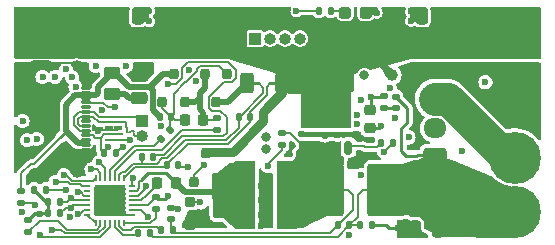
<source format=gtl>
G04 #@! TF.GenerationSoftware,KiCad,Pcbnew,8.0.7-8.0.7-0~ubuntu24.04.1*
G04 #@! TF.CreationDate,2024-12-30T22:48:23-07:00*
G04 #@! TF.ProjectId,2s 40A PSU and charger,32732034-3041-4205-9053-5520616e6420,V1*
G04 #@! TF.SameCoordinates,Original*
G04 #@! TF.FileFunction,Copper,L1,Top*
G04 #@! TF.FilePolarity,Positive*
%FSLAX46Y46*%
G04 Gerber Fmt 4.6, Leading zero omitted, Abs format (unit mm)*
G04 Created by KiCad (PCBNEW 8.0.7-8.0.7-0~ubuntu24.04.1) date 2024-12-30 22:48:23*
%MOMM*%
%LPD*%
G01*
G04 APERTURE LIST*
G04 Aperture macros list*
%AMRoundRect*
0 Rectangle with rounded corners*
0 $1 Rounding radius*
0 $2 $3 $4 $5 $6 $7 $8 $9 X,Y pos of 4 corners*
0 Add a 4 corners polygon primitive as box body*
4,1,4,$2,$3,$4,$5,$6,$7,$8,$9,$2,$3,0*
0 Add four circle primitives for the rounded corners*
1,1,$1+$1,$2,$3*
1,1,$1+$1,$4,$5*
1,1,$1+$1,$6,$7*
1,1,$1+$1,$8,$9*
0 Add four rect primitives between the rounded corners*
20,1,$1+$1,$2,$3,$4,$5,0*
20,1,$1+$1,$4,$5,$6,$7,0*
20,1,$1+$1,$6,$7,$8,$9,0*
20,1,$1+$1,$8,$9,$2,$3,0*%
%AMOutline5P*
0 Free polygon, 5 corners , with rotation*
0 The origin of the aperture is its center*
0 number of corners: always 5*
0 $1 to $10 corner X, Y*
0 $11 Rotation angle, in degrees counterclockwise*
0 create outline with 5 corners*
4,1,5,$1,$2,$3,$4,$5,$6,$7,$8,$9,$10,$1,$2,$11*%
%AMOutline6P*
0 Free polygon, 6 corners , with rotation*
0 The origin of the aperture is its center*
0 number of corners: always 6*
0 $1 to $12 corner X, Y*
0 $13 Rotation angle, in degrees counterclockwise*
0 create outline with 6 corners*
4,1,6,$1,$2,$3,$4,$5,$6,$7,$8,$9,$10,$11,$12,$1,$2,$13*%
%AMOutline7P*
0 Free polygon, 7 corners , with rotation*
0 The origin of the aperture is its center*
0 number of corners: always 7*
0 $1 to $14 corner X, Y*
0 $15 Rotation angle, in degrees counterclockwise*
0 create outline with 7 corners*
4,1,7,$1,$2,$3,$4,$5,$6,$7,$8,$9,$10,$11,$12,$13,$14,$1,$2,$15*%
%AMOutline8P*
0 Free polygon, 8 corners , with rotation*
0 The origin of the aperture is its center*
0 number of corners: always 8*
0 $1 to $16 corner X, Y*
0 $17 Rotation angle, in degrees counterclockwise*
0 create outline with 8 corners*
4,1,8,$1,$2,$3,$4,$5,$6,$7,$8,$9,$10,$11,$12,$13,$14,$15,$16,$1,$2,$17*%
%AMFreePoly0*
4,1,9,2.100000,-2.000000,2.350000,-2.000000,2.350000,-3.500000,-2.350000,-3.500000,-2.350000,-2.000000,-2.100000,-2.000000,-2.100000,1.100000,2.100000,1.100000,2.100000,-2.000000,2.100000,-2.000000,$1*%
G04 Aperture macros list end*
G04 #@! TA.AperFunction,EtchedComponent*
%ADD10C,0.000000*%
G04 #@! TD*
G04 #@! TA.AperFunction,SMDPad,CuDef*
%ADD11C,0.800000*%
G04 #@! TD*
G04 #@! TA.AperFunction,SMDPad,CuDef*
%ADD12RoundRect,0.140000X0.140000X0.170000X-0.140000X0.170000X-0.140000X-0.170000X0.140000X-0.170000X0*%
G04 #@! TD*
G04 #@! TA.AperFunction,SMDPad,CuDef*
%ADD13R,0.675000X0.250000*%
G04 #@! TD*
G04 #@! TA.AperFunction,SMDPad,CuDef*
%ADD14R,0.775000X0.400000*%
G04 #@! TD*
G04 #@! TA.AperFunction,SMDPad,CuDef*
%ADD15RoundRect,0.135000X-0.185000X0.135000X-0.185000X-0.135000X0.185000X-0.135000X0.185000X0.135000X0*%
G04 #@! TD*
G04 #@! TA.AperFunction,SMDPad,CuDef*
%ADD16RoundRect,0.135000X0.185000X-0.135000X0.185000X0.135000X-0.185000X0.135000X-0.185000X-0.135000X0*%
G04 #@! TD*
G04 #@! TA.AperFunction,SMDPad,CuDef*
%ADD17RoundRect,0.135000X-0.135000X-0.185000X0.135000X-0.185000X0.135000X0.185000X-0.135000X0.185000X0*%
G04 #@! TD*
G04 #@! TA.AperFunction,SMDPad,CuDef*
%ADD18RoundRect,0.250000X-0.250000X-0.475000X0.250000X-0.475000X0.250000X0.475000X-0.250000X0.475000X0*%
G04 #@! TD*
G04 #@! TA.AperFunction,SMDPad,CuDef*
%ADD19RoundRect,0.140000X-0.140000X-0.170000X0.140000X-0.170000X0.140000X0.170000X-0.140000X0.170000X0*%
G04 #@! TD*
G04 #@! TA.AperFunction,SMDPad,CuDef*
%ADD20RoundRect,0.250000X0.312500X0.625000X-0.312500X0.625000X-0.312500X-0.625000X0.312500X-0.625000X0*%
G04 #@! TD*
G04 #@! TA.AperFunction,SMDPad,CuDef*
%ADD21RoundRect,0.200000X0.200000X-0.250000X0.200000X0.250000X-0.200000X0.250000X-0.200000X-0.250000X0*%
G04 #@! TD*
G04 #@! TA.AperFunction,SMDPad,CuDef*
%ADD22RoundRect,0.147500X0.172500X-0.147500X0.172500X0.147500X-0.172500X0.147500X-0.172500X-0.147500X0*%
G04 #@! TD*
G04 #@! TA.AperFunction,SMDPad,CuDef*
%ADD23RoundRect,0.200000X-0.250000X-0.200000X0.250000X-0.200000X0.250000X0.200000X-0.250000X0.200000X0*%
G04 #@! TD*
G04 #@! TA.AperFunction,SMDPad,CuDef*
%ADD24RoundRect,0.135000X0.135000X0.185000X-0.135000X0.185000X-0.135000X-0.185000X0.135000X-0.185000X0*%
G04 #@! TD*
G04 #@! TA.AperFunction,SMDPad,CuDef*
%ADD25RoundRect,0.225000X-0.250000X0.225000X-0.250000X-0.225000X0.250000X-0.225000X0.250000X0.225000X0*%
G04 #@! TD*
G04 #@! TA.AperFunction,SMDPad,CuDef*
%ADD26C,0.200000*%
G04 #@! TD*
G04 #@! TA.AperFunction,SMDPad,CuDef*
%ADD27RoundRect,0.250000X0.250000X0.475000X-0.250000X0.475000X-0.250000X-0.475000X0.250000X-0.475000X0*%
G04 #@! TD*
G04 #@! TA.AperFunction,SMDPad,CuDef*
%ADD28R,2.800000X2.800000*%
G04 #@! TD*
G04 #@! TA.AperFunction,SMDPad,CuDef*
%ADD29RoundRect,0.250000X0.475000X-0.250000X0.475000X0.250000X-0.475000X0.250000X-0.475000X-0.250000X0*%
G04 #@! TD*
G04 #@! TA.AperFunction,SMDPad,CuDef*
%ADD30Outline6P,-2.900000X0.630000X-2.480000X1.050000X2.480000X1.050000X2.900000X0.630000X2.900000X-1.050000X-2.900000X-1.050000X90.000000*%
G04 #@! TD*
G04 #@! TA.AperFunction,SMDPad,CuDef*
%ADD31Outline6P,-2.900000X0.630000X-2.480000X1.050000X2.480000X1.050000X2.900000X0.630000X2.900000X-1.050000X-2.900000X-1.050000X270.000000*%
G04 #@! TD*
G04 #@! TA.AperFunction,ComponentPad*
%ADD32RoundRect,0.250000X0.725000X-0.600000X0.725000X0.600000X-0.725000X0.600000X-0.725000X-0.600000X0*%
G04 #@! TD*
G04 #@! TA.AperFunction,ComponentPad*
%ADD33O,1.950000X1.700000*%
G04 #@! TD*
G04 #@! TA.AperFunction,SMDPad,CuDef*
%ADD34C,0.280000*%
G04 #@! TD*
G04 #@! TA.AperFunction,SMDPad,CuDef*
%ADD35RoundRect,0.135000X0.035355X-0.226274X0.226274X-0.035355X-0.035355X0.226274X-0.226274X0.035355X0*%
G04 #@! TD*
G04 #@! TA.AperFunction,SMDPad,CuDef*
%ADD36R,2.500000X2.800000*%
G04 #@! TD*
G04 #@! TA.AperFunction,ComponentPad*
%ADD37R,1.000000X1.000000*%
G04 #@! TD*
G04 #@! TA.AperFunction,ComponentPad*
%ADD38O,1.000000X1.000000*%
G04 #@! TD*
G04 #@! TA.AperFunction,SMDPad,CuDef*
%ADD39RoundRect,0.140000X-0.170000X0.140000X-0.170000X-0.140000X0.170000X-0.140000X0.170000X0.140000X0*%
G04 #@! TD*
G04 #@! TA.AperFunction,SMDPad,CuDef*
%ADD40RoundRect,0.250000X0.450000X-0.262500X0.450000X0.262500X-0.450000X0.262500X-0.450000X-0.262500X0*%
G04 #@! TD*
G04 #@! TA.AperFunction,SMDPad,CuDef*
%ADD41RoundRect,0.237500X0.287500X0.237500X-0.287500X0.237500X-0.287500X-0.237500X0.287500X-0.237500X0*%
G04 #@! TD*
G04 #@! TA.AperFunction,SMDPad,CuDef*
%ADD42RoundRect,0.175000X0.175000X0.400000X-0.175000X0.400000X-0.175000X-0.400000X0.175000X-0.400000X0*%
G04 #@! TD*
G04 #@! TA.AperFunction,SMDPad,CuDef*
%ADD43FreePoly0,180.000000*%
G04 #@! TD*
G04 #@! TA.AperFunction,SMDPad,CuDef*
%ADD44RoundRect,0.200000X-0.200000X0.250000X-0.200000X-0.250000X0.200000X-0.250000X0.200000X0.250000X0*%
G04 #@! TD*
G04 #@! TA.AperFunction,ComponentPad*
%ADD45C,0.700000*%
G04 #@! TD*
G04 #@! TA.AperFunction,ComponentPad*
%ADD46C,4.400000*%
G04 #@! TD*
G04 #@! TA.AperFunction,SMDPad,CuDef*
%ADD47O,0.200000X0.599999*%
G04 #@! TD*
G04 #@! TA.AperFunction,SMDPad,CuDef*
%ADD48O,0.599999X0.200000*%
G04 #@! TD*
G04 #@! TA.AperFunction,ComponentPad*
%ADD49C,0.600000*%
G04 #@! TD*
G04 #@! TA.AperFunction,SMDPad,CuDef*
%ADD50R,2.600000X2.600000*%
G04 #@! TD*
G04 #@! TA.AperFunction,SMDPad,CuDef*
%ADD51RoundRect,0.225000X0.225000X0.250000X-0.225000X0.250000X-0.225000X-0.250000X0.225000X-0.250000X0*%
G04 #@! TD*
G04 #@! TA.AperFunction,SMDPad,CuDef*
%ADD52RoundRect,0.250001X1.262499X1.974999X-1.262499X1.974999X-1.262499X-1.974999X1.262499X-1.974999X0*%
G04 #@! TD*
G04 #@! TA.AperFunction,SMDPad,CuDef*
%ADD53RoundRect,0.070000X-0.345000X0.070000X-0.345000X-0.070000X0.345000X-0.070000X0.345000X0.070000X0*%
G04 #@! TD*
G04 #@! TA.AperFunction,SMDPad,CuDef*
%ADD54RoundRect,0.112500X-0.302500X0.112500X-0.302500X-0.112500X0.302500X-0.112500X0.302500X0.112500X0*%
G04 #@! TD*
G04 #@! TA.AperFunction,ComponentPad*
%ADD55C,0.850000*%
G04 #@! TD*
G04 #@! TA.AperFunction,ComponentPad*
%ADD56O,2.050000X0.800000*%
G04 #@! TD*
G04 #@! TA.AperFunction,SMDPad,CuDef*
%ADD57RoundRect,0.225000X-0.225000X-0.250000X0.225000X-0.250000X0.225000X0.250000X-0.225000X0.250000X0*%
G04 #@! TD*
G04 #@! TA.AperFunction,ViaPad*
%ADD58C,0.800000*%
G04 #@! TD*
G04 #@! TA.AperFunction,ViaPad*
%ADD59C,0.600000*%
G04 #@! TD*
G04 #@! TA.AperFunction,ViaPad*
%ADD60C,1.000000*%
G04 #@! TD*
G04 #@! TA.AperFunction,Conductor*
%ADD61C,0.160000*%
G04 #@! TD*
G04 #@! TA.AperFunction,Conductor*
%ADD62C,0.200000*%
G04 #@! TD*
G04 #@! TA.AperFunction,Conductor*
%ADD63C,0.280000*%
G04 #@! TD*
G04 #@! TA.AperFunction,Conductor*
%ADD64C,0.500000*%
G04 #@! TD*
G04 #@! TA.AperFunction,Conductor*
%ADD65C,0.800000*%
G04 #@! TD*
G04 #@! TA.AperFunction,Conductor*
%ADD66C,2.800000*%
G04 #@! TD*
G04 APERTURE END LIST*
D10*
G04 #@! TA.AperFunction,EtchedComponent*
G04 #@! TO.C,NT4*
G36*
X131245343Y-119857842D02*
G01*
X130113972Y-120989213D01*
X129548287Y-120423528D01*
X130679658Y-119292157D01*
X131245343Y-119857842D01*
G37*
G04 #@! TD.AperFunction*
G04 #@! TA.AperFunction,EtchedComponent*
G04 #@! TO.C,NT3*
G36*
X130400000Y-118800000D02*
G01*
X130000000Y-118800000D01*
X130000000Y-118600000D01*
X130400000Y-118600000D01*
X130400000Y-118800000D01*
G37*
G04 #@! TD.AperFunction*
G04 #@! TA.AperFunction,EtchedComponent*
G04 #@! TO.C,NT12*
G36*
X112696985Y-123001005D02*
G01*
X112301005Y-123396985D01*
X112103015Y-123198995D01*
X112498995Y-122803015D01*
X112696985Y-123001005D01*
G37*
G04 #@! TD.AperFunction*
G04 #@! TA.AperFunction,EtchedComponent*
G04 #@! TO.C,NT6*
G36*
X136600000Y-127800000D02*
G01*
X136200000Y-127800000D01*
X136200000Y-127600000D01*
X136600000Y-127600000D01*
X136600000Y-127800000D01*
G37*
G04 #@! TD.AperFunction*
G04 #@! TA.AperFunction,EtchedComponent*
G04 #@! TO.C,NT2*
G36*
X129000000Y-118800000D02*
G01*
X128600000Y-118800000D01*
X128600000Y-118600000D01*
X129000000Y-118600000D01*
X129000000Y-118800000D01*
G37*
G04 #@! TD.AperFunction*
G04 #@! TA.AperFunction,EtchedComponent*
G04 #@! TO.C,NT14*
G36*
X125124999Y-121900000D02*
G01*
X124724999Y-121900000D01*
X124724999Y-121700000D01*
X125124999Y-121700000D01*
X125124999Y-121900000D01*
G37*
G04 #@! TD.AperFunction*
G04 #@! TA.AperFunction,EtchedComponent*
G04 #@! TO.C,NT5*
G36*
X138200000Y-127800000D02*
G01*
X137800000Y-127800000D01*
X137800000Y-127600000D01*
X138200000Y-127600000D01*
X138200000Y-127800000D01*
G37*
G04 #@! TD.AperFunction*
G04 #@! TA.AperFunction,EtchedComponent*
G04 #@! TO.C,NT9*
G36*
X142925000Y-124940000D02*
G01*
X142365000Y-124940000D01*
X142365000Y-124660000D01*
X142925000Y-124660000D01*
X142925000Y-124940000D01*
G37*
G04 #@! TD.AperFunction*
G04 #@! TD*
D11*
G04 #@! TO.P,NT4,1,1*
G04 #@! TO.N,Net-(Q4-D)*
X129831130Y-120706370D03*
G04 #@! TO.P,NT4,2,2*
G04 #@! TO.N,/Battery Charger/MOTORPWR*
X130962500Y-119575000D03*
G04 #@! TD*
D12*
G04 #@! TO.P,C9,1*
G04 #@! TO.N,GND*
X120080000Y-124900000D03*
G04 #@! TO.P,C9,2*
G04 #@! TO.N,Net-(U3-ACP)*
X119120000Y-124900000D03*
G04 #@! TD*
D13*
G04 #@! TO.P,D11,1,IN/OUT_1*
G04 #@! TO.N,/Connectors/D+*
X116300000Y-121500000D03*
G04 #@! TO.P,D11,2,IN/OUT_2*
G04 #@! TO.N,/Connectors/D-*
X116300000Y-122000000D03*
D14*
G04 #@! TO.P,D11,3,GND_1*
G04 #@! TO.N,GND*
X116350000Y-122500000D03*
D13*
G04 #@! TO.P,D11,4,IN/OUT_3*
G04 #@! TO.N,/Connectors/CC2*
X116300000Y-123000000D03*
G04 #@! TO.P,D11,5,IN/OUT_4*
G04 #@! TO.N,/Connectors/CC1*
X116300000Y-123500000D03*
G04 #@! TO.P,D11,6,NC_1*
X117175000Y-123500000D03*
G04 #@! TO.P,D11,7,NC_2*
G04 #@! TO.N,/Connectors/CC2*
X117175000Y-123000000D03*
D14*
G04 #@! TO.P,D11,8,GND_2*
G04 #@! TO.N,GND*
X117125000Y-122500000D03*
D13*
G04 #@! TO.P,D11,9,NC_3*
G04 #@! TO.N,/Connectors/D-*
X117175000Y-122000000D03*
G04 #@! TO.P,D11,10,NC_4*
G04 #@! TO.N,/Connectors/D+*
X117175000Y-121500000D03*
G04 #@! TD*
D15*
G04 #@! TO.P,R24,1*
G04 #@! TO.N,/Battery Charger/MCU3.3v*
X109500000Y-130290000D03*
G04 #@! TO.P,R24,2*
G04 #@! TO.N,Net-(U3-TB_STAT_N)*
X109500000Y-131310000D03*
G04 #@! TD*
D16*
G04 #@! TO.P,R20,1*
G04 #@! TO.N,Net-(U3-ILIM)*
X120300000Y-129310000D03*
G04 #@! TO.P,R20,2*
G04 #@! TO.N,/Battery Charger/REGN*
X120300000Y-128290000D03*
G04 #@! TD*
D17*
G04 #@! TO.P,R10,1*
G04 #@! TO.N,Net-(Q3-G)*
X139390000Y-123700000D03*
G04 #@! TO.P,R10,2*
G04 #@! TO.N,Net-(U3-BATDRV)*
X140410000Y-123700000D03*
G04 #@! TD*
D18*
G04 #@! TO.P,C20,1*
G04 #@! TO.N,GND*
X142250000Y-131000000D03*
G04 #@! TO.P,C20,2*
G04 #@! TO.N,/Battery Balancer/+BAT*
X144150000Y-131000000D03*
G04 #@! TD*
D19*
G04 #@! TO.P,C23,1*
G04 #@! TO.N,Net-(C22-Pad2)*
X137620000Y-130700000D03*
G04 #@! TO.P,C23,2*
G04 #@! TO.N,GND*
X138580000Y-130700000D03*
G04 #@! TD*
D20*
G04 #@! TO.P,R1,1*
G04 #@! TO.N,/Battery Charger/MOTORPWR*
X130962500Y-118700000D03*
G04 #@! TO.P,R1,2*
G04 #@! TO.N,Net-(Q2-D)*
X128037500Y-118700000D03*
G04 #@! TD*
D21*
G04 #@! TO.P,Q1,1,G*
G04 #@! TO.N,Net-(Q1-G)*
X120850000Y-120300000D03*
G04 #@! TO.P,Q1,2,S*
G04 #@! TO.N,Net-(Q1-S)*
X122750000Y-120300000D03*
G04 #@! TO.P,Q1,3,D*
G04 #@! TO.N,/Battery Charger/IN*
X121800000Y-117900000D03*
G04 #@! TD*
D22*
G04 #@! TO.P,D1,1,K*
G04 #@! TO.N,Net-(D1-K)*
X140600000Y-120785000D03*
G04 #@! TO.P,D1,2,A*
G04 #@! TO.N,Net-(D1-A)*
X140600000Y-119815000D03*
G04 #@! TD*
D23*
G04 #@! TO.P,Q5,1,G*
G04 #@! TO.N,Net-(Q5-G)*
X123200000Y-128750000D03*
G04 #@! TO.P,Q5,2,S*
G04 #@! TO.N,GND*
X123200000Y-130650000D03*
G04 #@! TO.P,Q5,3,D*
G04 #@! TO.N,Net-(Q4-S)*
X125600000Y-129700000D03*
G04 #@! TD*
D24*
G04 #@! TO.P,R19,1*
G04 #@! TO.N,GND*
X116910000Y-124600000D03*
G04 #@! TO.P,R19,2*
G04 #@! TO.N,/Connectors/CC2*
X115890000Y-124600000D03*
G04 #@! TD*
D25*
G04 #@! TO.P,C2,1*
G04 #@! TO.N,Net-(U1-BAT)*
X138400000Y-120925000D03*
G04 #@! TO.P,C2,2*
G04 #@! TO.N,/Battery Balancer/-BAT*
X138400000Y-122475000D03*
G04 #@! TD*
D26*
G04 #@! TO.P,NT3,1,1*
G04 #@! TO.N,Net-(U3-ACN)*
X130000000Y-118700000D03*
G04 #@! TO.P,NT3,2,2*
G04 #@! TO.N,/Battery Charger/MOTORPWR*
X130400000Y-118700000D03*
G04 #@! TD*
D17*
G04 #@! TO.P,R25,1*
G04 #@! TO.N,/MCU/LED*
X134090000Y-112600000D03*
G04 #@! TO.P,R25,2*
G04 #@! TO.N,Net-(D4-A)*
X135110000Y-112600000D03*
G04 #@! TD*
D19*
G04 #@! TO.P,C10,1*
G04 #@! TO.N,Net-(U3-ACP)*
X127320000Y-121500000D03*
G04 #@! TO.P,C10,2*
G04 #@! TO.N,Net-(U3-ACN)*
X128280000Y-121500000D03*
G04 #@! TD*
D27*
G04 #@! TO.P,C12,1*
G04 #@! TO.N,GND*
X118750000Y-113000000D03*
G04 #@! TO.P,C12,2*
G04 #@! TO.N,/Battery Charger/MOTORPWR*
X116850000Y-113000000D03*
G04 #@! TD*
D19*
G04 #@! TO.P,C5,1*
G04 #@! TO.N,/Battery Charger/IN*
X120620000Y-121500000D03*
G04 #@! TO.P,C5,2*
G04 #@! TO.N,Net-(Q1-G)*
X121580000Y-121500000D03*
G04 #@! TD*
D28*
G04 #@! TO.P,J3,1,Pin_1*
G04 #@! TO.N,/Battery Charger/MOTORPWR*
X110250000Y-113650000D03*
G04 #@! TD*
D29*
G04 #@! TO.P,C7,1*
G04 #@! TO.N,Net-(C7-Pad1)*
X118900000Y-119950000D03*
G04 #@! TO.P,C7,2*
G04 #@! TO.N,GND*
X118900000Y-118050000D03*
G04 #@! TD*
D22*
G04 #@! TO.P,D3,1,K*
G04 #@! TO.N,Net-(D2-K)*
X108900000Y-128785000D03*
G04 #@! TO.P,D3,2,A*
G04 #@! TO.N,Net-(D3-A)*
X108900000Y-127815000D03*
G04 #@! TD*
D16*
G04 #@! TO.P,R3,1*
G04 #@! TO.N,Net-(D1-K)*
X139600000Y-120810000D03*
G04 #@! TO.P,R3,2*
G04 #@! TO.N,Net-(U1-BAT)*
X139600000Y-119790000D03*
G04 #@! TD*
D30*
G04 #@! TO.P,L2,1,1*
G04 #@! TO.N,Net-(Q4-S)*
X127650000Y-128100000D03*
D31*
G04 #@! TO.P,L2,2,2*
G04 #@! TO.N,Net-(L2-Pad2)*
X131550000Y-128100000D03*
G04 #@! TD*
D32*
G04 #@! TO.P,J2,1,Pin_1*
G04 #@! TO.N,/Battery Balancer/+BAT*
X143900000Y-125000000D03*
D33*
G04 #@! TO.P,J2,2,Pin_2*
G04 #@! TO.N,/Battery Balancer/Bat Cell 1*
X143900000Y-122500000D03*
G04 #@! TO.P,J2,3,Pin_3*
G04 #@! TO.N,/Battery Balancer/-BAT*
X143900000Y-120000000D03*
G04 #@! TD*
D34*
G04 #@! TO.P,NT12,1,1*
G04 #@! TO.N,Net-(D3-A)*
X112202010Y-123297990D03*
G04 #@! TO.P,NT12,2,2*
G04 #@! TO.N,/Battery Charger/IN*
X112597990Y-122902010D03*
G04 #@! TD*
D35*
G04 #@! TO.P,R8,1*
G04 #@! TO.N,Net-(U3-ACDRV)*
X120739376Y-123360624D03*
G04 #@! TO.P,R8,2*
G04 #@! TO.N,Net-(Q1-G)*
X121460624Y-122639376D03*
G04 #@! TD*
D36*
G04 #@! TO.P,J5,1,Pin_1*
G04 #@! TO.N,/Battery Charger/MOTORPWR*
X113950000Y-114600000D03*
G04 #@! TD*
D17*
G04 #@! TO.P,R23,1*
G04 #@! TO.N,/Battery Charger/MCU3.3v*
X109990000Y-127700000D03*
G04 #@! TO.P,R23,2*
G04 #@! TO.N,Net-(U3-ACOK)*
X111010000Y-127700000D03*
G04 #@! TD*
D37*
G04 #@! TO.P,J11,1,Pin_1*
G04 #@! TO.N,/Connectors/3.3v*
X128690000Y-114900000D03*
D38*
G04 #@! TO.P,J11,2,Pin_2*
G04 #@! TO.N,/Connectors/RS485+*
X129960000Y-114900000D03*
G04 #@! TO.P,J11,3,Pin_3*
G04 #@! TO.N,/Connectors/RS485-*
X131230000Y-114900000D03*
G04 #@! TO.P,J11,4,Pin_4*
G04 #@! TO.N,GND*
X132500000Y-114900000D03*
G04 #@! TD*
D21*
G04 #@! TO.P,Q4,1,G*
G04 #@! TO.N,Net-(Q4-G)*
X123550000Y-127000000D03*
G04 #@! TO.P,Q4,2,S*
G04 #@! TO.N,Net-(Q4-S)*
X125450000Y-127000000D03*
G04 #@! TO.P,Q4,3,D*
G04 #@! TO.N,Net-(Q4-D)*
X124500000Y-124600000D03*
G04 #@! TD*
D39*
G04 #@! TO.P,C21,1*
G04 #@! TO.N,GND*
X121600000Y-129220000D03*
G04 #@! TO.P,C21,2*
G04 #@! TO.N,Net-(C21-Pad2)*
X121600000Y-130180000D03*
G04 #@! TD*
D40*
G04 #@! TO.P,R2,1*
G04 #@! TO.N,Net-(C7-Pad1)*
X116600000Y-119612500D03*
G04 #@! TO.P,R2,2*
G04 #@! TO.N,/Battery Charger/IN*
X116600000Y-117787500D03*
G04 #@! TD*
D26*
G04 #@! TO.P,NT6,1,1*
G04 #@! TO.N,Net-(C21-Pad2)*
X136600000Y-127700000D03*
G04 #@! TO.P,NT6,2,2*
G04 #@! TO.N,Net-(L2-Pad2)*
X136200000Y-127700000D03*
G04 #@! TD*
D19*
G04 #@! TO.P,C11,1*
G04 #@! TO.N,Net-(U3-ACN)*
X121220000Y-125600000D03*
G04 #@! TO.P,C11,2*
G04 #@! TO.N,GND*
X122180000Y-125600000D03*
G04 #@! TD*
D24*
G04 #@! TO.P,R21,1*
G04 #@! TO.N,Net-(C21-Pad2)*
X121710000Y-131100000D03*
G04 #@! TO.P,R21,2*
G04 #@! TO.N,Net-(U3-SRP)*
X120690000Y-131100000D03*
G04 #@! TD*
D37*
G04 #@! TO.P,J12,1,Pin_1*
G04 #@! TO.N,/Connectors/D+*
X119100000Y-121900000D03*
D38*
G04 #@! TO.P,J12,2,Pin_2*
G04 #@! TO.N,/Connectors/D-*
X119100000Y-123170000D03*
G04 #@! TD*
D26*
G04 #@! TO.P,NT2,1,1*
G04 #@! TO.N,Net-(U3-ACP)*
X129000000Y-118700000D03*
G04 #@! TO.P,NT2,2,2*
G04 #@! TO.N,Net-(Q2-D)*
X128600000Y-118700000D03*
G04 #@! TD*
G04 #@! TO.P,NT14,1,1*
G04 #@! TO.N,Net-(NT14-Pad1)*
X125124998Y-121800000D03*
G04 #@! TO.P,NT14,2,2*
G04 #@! TO.N,Net-(Q1-S)*
X124725000Y-121800000D03*
G04 #@! TD*
D41*
G04 #@! TO.P,D4,1,K*
G04 #@! TO.N,GND*
X138075000Y-112700000D03*
G04 #@! TO.P,D4,2,A*
G04 #@! TO.N,Net-(D4-A)*
X136325000Y-112700000D03*
G04 #@! TD*
D18*
G04 #@! TO.P,C14,1*
G04 #@! TO.N,GND*
X142850000Y-113000000D03*
G04 #@! TO.P,C14,2*
G04 #@! TO.N,/Battery Charger/MOTORPWR*
X144750000Y-113000000D03*
G04 #@! TD*
D24*
G04 #@! TO.P,R29,1*
G04 #@! TO.N,/SDA*
X112210000Y-128700000D03*
G04 #@! TO.P,R29,2*
G04 #@! TO.N,/Battery Charger/MCU3.3v*
X111190000Y-128700000D03*
G04 #@! TD*
D26*
G04 #@! TO.P,NT5,1,1*
G04 #@! TO.N,Net-(C22-Pad2)*
X137800000Y-127700000D03*
G04 #@! TO.P,NT5,2,2*
G04 #@! TO.N,/Battery Balancer/+BAT*
X138200000Y-127700000D03*
G04 #@! TD*
D19*
G04 #@! TO.P,C22,1*
G04 #@! TO.N,Net-(C21-Pad2)*
X135720000Y-130700000D03*
G04 #@! TO.P,C22,2*
G04 #@! TO.N,Net-(C22-Pad2)*
X136680000Y-130700000D03*
G04 #@! TD*
D42*
G04 #@! TO.P,Q3,1,S*
G04 #@! TO.N,Net-(L2-Pad2)*
X132795000Y-124125000D03*
G04 #@! TO.P,Q3,2,S*
X134065000Y-124125000D03*
G04 #@! TO.P,Q3,3,S*
X135335000Y-124125000D03*
G04 #@! TO.P,Q3,4,G*
G04 #@! TO.N,Net-(Q3-G)*
X136605000Y-124125000D03*
D43*
G04 #@! TO.P,Q3,5,D*
G04 #@! TO.N,/Battery Charger/MOTORPWR*
X134700000Y-121400000D03*
G04 #@! TD*
D15*
G04 #@! TO.P,R12,1*
G04 #@! TO.N,Net-(L2-Pad2)*
X131000000Y-122890000D03*
G04 #@! TO.P,R12,2*
G04 #@! TO.N,Net-(U3-BATSRC)*
X131000000Y-123910000D03*
G04 #@! TD*
D44*
G04 #@! TO.P,Q2,1,G*
G04 #@! TO.N,Net-(Q1-G)*
X126350000Y-117900000D03*
G04 #@! TO.P,Q2,2,S*
G04 #@! TO.N,Net-(Q1-S)*
X124450000Y-117900000D03*
G04 #@! TO.P,Q2,3,D*
G04 #@! TO.N,Net-(Q2-D)*
X125400000Y-120300000D03*
G04 #@! TD*
D16*
G04 #@! TO.P,R7,1*
G04 #@! TO.N,Net-(U3-CMSRC)*
X125500000Y-122609999D03*
G04 #@! TO.P,R7,2*
G04 #@! TO.N,Net-(NT14-Pad1)*
X125500000Y-121590001D03*
G04 #@! TD*
D28*
G04 #@! TO.P,J1,1,Pin_1*
G04 #@! TO.N,/Battery Charger/MOTORPWR*
X147199999Y-113650000D03*
G04 #@! TD*
D45*
G04 #@! TO.P,H1,1,1*
G04 #@! TO.N,/Battery Balancer/+BAT*
X149050000Y-129600000D03*
X149533274Y-128433274D03*
X149533274Y-130766726D03*
X150700000Y-127950000D03*
D46*
X150700000Y-129600000D03*
D45*
X150700000Y-131250000D03*
X151866726Y-128433274D03*
X151866726Y-130766726D03*
X152350000Y-129600000D03*
G04 #@! TD*
D47*
G04 #@! TO.P,U3,1,ACN*
G04 #@! TO.N,Net-(U3-ACN)*
X117600000Y-126700001D03*
G04 #@! TO.P,U3,2,ACP*
G04 #@! TO.N,Net-(U3-ACP)*
X117200001Y-126700001D03*
G04 #@! TO.P,U3,3,CMSRC*
G04 #@! TO.N,Net-(U3-CMSRC)*
X116799999Y-126700001D03*
G04 #@! TO.P,U3,4,ACDRV*
G04 #@! TO.N,Net-(U3-ACDRV)*
X116400000Y-126700001D03*
G04 #@! TO.P,U3,5,ACOK*
G04 #@! TO.N,Net-(U3-ACOK)*
X116000001Y-126700001D03*
G04 #@! TO.P,U3,6,ACDET*
G04 #@! TO.N,/Battery Charger/PWRON*
X115599999Y-126700001D03*
G04 #@! TO.P,U3,7,IADP*
G04 #@! TO.N,/Battery Charger/Charger IADP*
X115200000Y-126700001D03*
D48*
G04 #@! TO.P,U3,8,IDCHG*
G04 #@! TO.N,/Battery Charger/Charger IDCHG*
X114500001Y-127400000D03*
G04 #@! TO.P,U3,9,PMON*
G04 #@! TO.N,unconnected-(U3-PMON-Pad9)*
X114500001Y-127799999D03*
G04 #@! TO.P,U3,10,PROCHOT_N*
G04 #@! TO.N,/Battery Charger/Charger PROCHOT*
X114500001Y-128200001D03*
G04 #@! TO.P,U3,11,SDA*
G04 #@! TO.N,/SDA*
X114500001Y-128600000D03*
G04 #@! TO.P,U3,12,SCL*
G04 #@! TO.N,/SCL*
X114500001Y-128999999D03*
G04 #@! TO.P,U3,13,CMPIN*
G04 #@! TO.N,Net-(U3-CMPIN)*
X114500001Y-129400001D03*
G04 #@! TO.P,U3,14,CMPOUT*
G04 #@! TO.N,Net-(U3-BATPRES_N)*
X114500001Y-129800000D03*
D47*
G04 #@! TO.P,U3,15,BATPRES_N*
X115200000Y-130500001D03*
G04 #@! TO.P,U3,16,TB_STAT_N*
G04 #@! TO.N,Net-(U3-TB_STAT_N)*
X115599999Y-130500001D03*
G04 #@! TO.P,U3,17,BATSRC*
G04 #@! TO.N,Net-(U3-BATSRC)*
X116000001Y-130500001D03*
G04 #@! TO.P,U3,18,BATDRV*
G04 #@! TO.N,Net-(U3-BATDRV)*
X116400000Y-130500001D03*
G04 #@! TO.P,U3,19,SRN*
G04 #@! TO.N,Net-(U3-SRN)*
X116799999Y-130500001D03*
G04 #@! TO.P,U3,20,SRP*
G04 #@! TO.N,Net-(U3-SRP)*
X117200001Y-130500001D03*
G04 #@! TO.P,U3,21,ILIM*
G04 #@! TO.N,Net-(U3-ILIM)*
X117600000Y-130500001D03*
D48*
G04 #@! TO.P,U3,22,GND*
G04 #@! TO.N,GND*
X118299999Y-129800000D03*
G04 #@! TO.P,U3,23,LODRV*
G04 #@! TO.N,Net-(Q5-G)*
X118299999Y-129400001D03*
G04 #@! TO.P,U3,24,REGN*
G04 #@! TO.N,/Battery Charger/REGN*
X118299999Y-128999999D03*
G04 #@! TO.P,U3,25,BTST*
G04 #@! TO.N,Net-(U3-BTST)*
X118299999Y-128600000D03*
G04 #@! TO.P,U3,26,HIDRV*
G04 #@! TO.N,Net-(Q4-G)*
X118299999Y-128200001D03*
G04 #@! TO.P,U3,27,PHASE*
G04 #@! TO.N,Net-(Q4-S)*
X118299999Y-127799999D03*
G04 #@! TO.P,U3,28,VCC*
G04 #@! TO.N,/Battery Charger/Always On PWR*
X118299999Y-127400000D03*
D49*
G04 #@! TO.P,U3,29,PAD*
G04 #@! TO.N,GND*
X116400000Y-127550000D03*
X117450000Y-128600000D03*
X116400000Y-128600000D03*
D50*
X116400000Y-128600000D03*
D49*
X115350000Y-128600000D03*
X116400000Y-129650000D03*
G04 #@! TD*
D36*
G04 #@! TO.P,J4,1,Pin_1*
G04 #@! TO.N,/Battery Charger/MOTORPWR*
X150950000Y-114600000D03*
G04 #@! TD*
D51*
G04 #@! TO.P,C6,1*
G04 #@! TO.N,Net-(Q1-S)*
X124275000Y-121800000D03*
G04 #@! TO.P,C6,2*
G04 #@! TO.N,Net-(Q1-G)*
X122725000Y-121800000D03*
G04 #@! TD*
D52*
G04 #@! TO.P,R18,1*
G04 #@! TO.N,/Battery Balancer/+BAT*
X139712500Y-127700000D03*
G04 #@! TO.P,R18,2*
G04 #@! TO.N,Net-(L2-Pad2)*
X134687500Y-127700000D03*
G04 #@! TD*
D53*
G04 #@! TO.P,J10,A1,GND*
G04 #@! TO.N,GND*
X114350000Y-118700000D03*
G04 #@! TO.P,J10,A4,VBUS*
G04 #@! TO.N,/Battery Charger/IN*
X114350000Y-119500000D03*
G04 #@! TO.P,J10,A5,CC1*
G04 #@! TO.N,/Connectors/CC1*
X114350000Y-120300000D03*
G04 #@! TO.P,J10,A6,D+*
G04 #@! TO.N,/Connectors/D+*
X114350000Y-121100000D03*
G04 #@! TO.P,J10,A7,D-*
G04 #@! TO.N,/Connectors/D-*
X114350000Y-121500000D03*
G04 #@! TO.P,J10,A8,SBU1*
G04 #@! TO.N,unconnected-(J10-SBU1-PadA8)*
X114350000Y-121900000D03*
G04 #@! TO.P,J10,A9,VBUS*
G04 #@! TO.N,/Battery Charger/IN*
X114350000Y-123500000D03*
G04 #@! TO.P,J10,A12,GND*
G04 #@! TO.N,GND*
X114350000Y-124300000D03*
G04 #@! TO.P,J10,B1,GND*
X114350000Y-124700000D03*
G04 #@! TO.P,J10,B4,VBUS*
G04 #@! TO.N,/Battery Charger/IN*
X114350000Y-123900000D03*
G04 #@! TO.P,J10,B5,CC2*
G04 #@! TO.N,/Connectors/CC2*
X114350000Y-123100000D03*
G04 #@! TO.P,J10,B6,D+*
G04 #@! TO.N,/Connectors/D+*
X114350000Y-122700000D03*
G04 #@! TO.P,J10,B7,D-*
G04 #@! TO.N,/Connectors/D-*
X114350000Y-122300000D03*
G04 #@! TO.P,J10,B8,SBU2*
G04 #@! TO.N,unconnected-(J10-SBU2-PadB8)*
X114350000Y-120700000D03*
G04 #@! TO.P,J10,B9,VBUS*
G04 #@! TO.N,/Battery Charger/IN*
X114350000Y-119900000D03*
G04 #@! TO.P,J10,B12,GND*
G04 #@! TO.N,GND*
X114350000Y-119100000D03*
D54*
G04 #@! TO.P,J10,GND,GND*
X114350000Y-118185000D03*
X114350000Y-125215000D03*
D55*
G04 #@! TO.P,J10,S1,SHIELD*
X113590000Y-117105000D03*
D56*
X110610000Y-117105000D03*
D55*
X113590000Y-126295000D03*
D56*
X110610000Y-126295000D03*
G04 #@! TD*
D57*
G04 #@! TO.P,C17,1*
G04 #@! TO.N,Net-(U3-BTST)*
X120425000Y-127100000D03*
G04 #@! TO.P,C17,2*
G04 #@! TO.N,Net-(Q4-S)*
X121975000Y-127100000D03*
G04 #@! TD*
D24*
G04 #@! TO.P,R11,1*
G04 #@! TO.N,/SCL*
X112210000Y-129700000D03*
G04 #@! TO.P,R11,2*
G04 #@! TO.N,/Battery Charger/MCU3.3v*
X111190000Y-129700000D03*
G04 #@! TD*
D34*
G04 #@! TO.P,NT9,1,1*
G04 #@! TO.N,/Battery Balancer/+BAT*
X142925000Y-124800000D03*
G04 #@! TO.P,NT9,2,2*
G04 #@! TO.N,Net-(D1-A)*
X142365000Y-124800000D03*
G04 #@! TD*
D24*
G04 #@! TO.P,R22,1*
G04 #@! TO.N,Net-(C22-Pad2)*
X119810000Y-131400000D03*
G04 #@! TO.P,R22,2*
G04 #@! TO.N,Net-(U3-SRN)*
X118790000Y-131400000D03*
G04 #@! TD*
D45*
G04 #@! TO.P,H2,1,1*
G04 #@! TO.N,/Battery Balancer/-BAT*
X149533274Y-123833274D03*
X150700000Y-123350000D03*
X149050000Y-125000000D03*
X151866726Y-123833274D03*
D46*
X150700000Y-125000000D03*
D45*
X149533274Y-126166726D03*
X152350000Y-125000000D03*
X150700000Y-126650000D03*
X151866726Y-126166726D03*
G04 #@! TD*
D58*
G04 #@! TO.N,/Connectors/3.3v*
X129600000Y-123200000D03*
X129600000Y-124260000D03*
X137949999Y-117972800D03*
D59*
G04 #@! TO.N,GND*
X130000000Y-129200000D03*
X150000000Y-121700000D03*
X129200000Y-128600000D03*
X152000000Y-120700000D03*
X137900000Y-125022750D03*
X119700000Y-112550000D03*
X124900000Y-130600000D03*
X109412841Y-124967080D03*
X141900000Y-113400000D03*
X131845000Y-123900000D03*
X124000000Y-130600000D03*
X118800000Y-117200000D03*
X130000000Y-127900000D03*
X151000000Y-120700000D03*
X151000000Y-121700000D03*
X152000000Y-119700000D03*
X115365000Y-122744994D03*
X137600000Y-123440000D03*
X123000000Y-125740000D03*
X138400000Y-123500000D03*
X130000000Y-126780000D03*
X141500000Y-130400000D03*
X150000000Y-120700000D03*
X141500000Y-131400000D03*
X135607048Y-123056411D03*
X134600000Y-123100000D03*
X123500000Y-129700000D03*
X152000000Y-121700000D03*
X124500000Y-129900000D03*
X137100000Y-125182598D03*
X129200000Y-130800000D03*
X129200000Y-127400000D03*
X131584856Y-124700000D03*
X125700000Y-130700000D03*
X132700000Y-123005000D03*
X139000000Y-112700000D03*
X151000000Y-119700000D03*
X130000000Y-130400000D03*
X122200000Y-129311716D03*
X129200000Y-129800000D03*
X140800000Y-130900000D03*
X121344634Y-118762843D03*
X117539569Y-124084202D03*
X141900000Y-112600000D03*
X150000000Y-119700000D03*
X119700000Y-117200000D03*
X111900000Y-121000000D03*
X119750000Y-113450000D03*
G04 #@! TO.N,Net-(Q4-G)*
X124400000Y-125600000D03*
X119499999Y-127370000D03*
G04 #@! TO.N,Net-(D2-K)*
X110100000Y-129000000D03*
G04 #@! TO.N,Net-(U1-BAT)*
X138500000Y-119872800D03*
D60*
G04 #@! TO.N,/Battery Charger/MOTORPWR*
X140300000Y-118000000D03*
D59*
G04 #@! TO.N,/Battery Balancer/Up*
X140095298Y-119095681D03*
X146204970Y-124404180D03*
G04 #@! TO.N,/Battery Charger/Always On PWR*
X108980342Y-129579999D03*
X118340000Y-126740000D03*
G04 #@! TO.N,/Battery Balancer/Low*
X148200000Y-118600000D03*
X141687254Y-123262868D03*
G04 #@! TO.N,/Battery Charger/REGN*
X121351203Y-128231716D03*
G04 #@! TO.N,/Connectors/RS485+*
X123692815Y-118504085D03*
G04 #@! TO.N,/Connectors/RS485-*
X123084774Y-117584774D03*
G04 #@! TO.N,Net-(U3-CMPIN)*
X113743225Y-129740000D03*
G04 #@! TO.N,Net-(Q5-G)*
X124071716Y-128771716D03*
X119602919Y-129980001D03*
G04 #@! TO.N,Net-(Q6-G)*
X137700000Y-126475000D03*
X136643674Y-131500000D03*
G04 #@! TO.N,Net-(U3-BATDRV)*
X139640000Y-124473988D03*
X110500000Y-131500000D03*
G04 #@! TO.N,Net-(U3-BATSRC)*
X111500000Y-131100000D03*
X129792500Y-125700000D03*
G04 #@! TO.N,Net-(U3-ACOK)*
X112700000Y-127700000D03*
X115500000Y-125380000D03*
G04 #@! TO.N,/Battery Charger/Charger IADP*
X115712500Y-120960000D03*
X112499818Y-126454760D03*
G04 #@! TO.N,/SCL*
X113100000Y-129200000D03*
X137313454Y-122157836D03*
X110700000Y-118165000D03*
G04 #@! TO.N,/Battery Charger/Charger IDCHG*
X111800000Y-127064873D03*
G04 #@! TO.N,/SDA*
X113100000Y-128400000D03*
X111775092Y-118124908D03*
X137328488Y-121331805D03*
G04 #@! TO.N,/MCU/LED*
X109011888Y-121871888D03*
X132200000Y-112600000D03*
G04 #@! TO.N,/Battery Charger/Charger PROCHOT*
X109400000Y-123500000D03*
X113745629Y-127900000D03*
G04 #@! TO.N,/Connectors/CC2*
X116279899Y-124084999D03*
X115200000Y-117200000D03*
G04 #@! TO.N,/Battery Balancer/Balancer Alert*
X137698929Y-120098501D03*
X110200000Y-123400000D03*
G04 #@! TO.N,/Connectors/CC1*
X118100000Y-123500000D03*
X116833024Y-120686438D03*
X113500000Y-119000000D03*
G04 #@! TO.N,/Connectors/D-*
X112700000Y-117500000D03*
G04 #@! TO.N,/Battery Charger/PWRON*
X114844338Y-125944338D03*
G04 #@! TO.N,/Battery Charger/MCU3.3v*
X117745496Y-117225000D03*
X110450206Y-129723090D03*
X120741937Y-122269999D03*
G04 #@! TO.N,/Battery Balancer/-BAT*
X140517019Y-121662631D03*
X139400000Y-122300000D03*
G04 #@! TO.N,/Battery Balancer/+BAT*
X112989139Y-130012669D03*
G04 #@! TO.N,/Connectors/D+*
X113205382Y-118167775D03*
G04 #@! TD*
D61*
G04 #@! TO.N,GND*
X139000000Y-112700000D02*
X138075000Y-112700000D01*
X114350000Y-117865000D02*
X113590000Y-117105000D01*
X114350000Y-125535000D02*
X113590000Y-126295000D01*
D62*
X118299999Y-129800000D02*
X117600000Y-129800000D01*
D61*
X124760000Y-119862204D02*
X126032204Y-118590000D01*
X117470000Y-124040000D02*
X116910000Y-124600000D01*
X123020000Y-116880000D02*
X122544774Y-117355226D01*
X119750000Y-113450000D02*
X119200000Y-113450000D01*
X114350000Y-119100000D02*
X114350000Y-118185000D01*
X113590000Y-117105000D02*
X113445000Y-116960000D01*
X117495367Y-124040000D02*
X117470000Y-124040000D01*
X122037157Y-118762843D02*
X121344634Y-118762843D01*
X126300000Y-122900000D02*
X126300000Y-121535929D01*
X125764071Y-121000000D02*
X125022204Y-121000000D01*
X122544774Y-118255226D02*
X122037157Y-118762843D01*
X117539569Y-124084202D02*
X117495367Y-124040000D01*
X115474994Y-122635000D02*
X116990000Y-122635000D01*
X122544774Y-117355226D02*
X122544774Y-118255226D01*
X126020000Y-123180000D02*
X126300000Y-122900000D01*
X120080000Y-124900000D02*
X120250000Y-124730000D01*
X126032204Y-118590000D02*
X126745000Y-118590000D01*
X113445000Y-116960000D02*
X110755000Y-116960000D01*
X119700000Y-112550000D02*
X119250000Y-113000000D01*
X110755000Y-116960000D02*
X110610000Y-117105000D01*
X120250000Y-124730000D02*
X120970000Y-124730000D01*
X120970000Y-124730000D02*
X122520000Y-123180000D01*
X122320000Y-125740000D02*
X122180000Y-125600000D01*
X127100000Y-118235000D02*
X127100000Y-117572204D01*
D62*
X124000000Y-130600000D02*
X123500000Y-130600000D01*
D61*
X126407796Y-116880000D02*
X123020000Y-116880000D01*
X141900000Y-113400000D02*
X142450000Y-113400000D01*
D63*
X139800000Y-130700000D02*
X138580000Y-130700000D01*
X140800000Y-130900000D02*
X140000000Y-130900000D01*
D61*
X126300000Y-121535929D02*
X125764071Y-121000000D01*
X142450000Y-113400000D02*
X142850000Y-113000000D01*
X114350000Y-118185000D02*
X114350000Y-117865000D01*
X114350000Y-124300000D02*
X114350000Y-125215000D01*
X142300000Y-113000000D02*
X142850000Y-113000000D01*
X126745000Y-118590000D02*
X127100000Y-118235000D01*
X114350000Y-125215000D02*
X114350000Y-125535000D01*
X122200000Y-129311716D02*
X121691716Y-129311716D01*
X116990000Y-122635000D02*
X117125000Y-122500000D01*
X122520000Y-123180000D02*
X126020000Y-123180000D01*
X119250000Y-113000000D02*
X118750000Y-113000000D01*
D63*
X140000000Y-130900000D02*
X139800000Y-130700000D01*
D61*
X121691716Y-129311716D02*
X121600000Y-129220000D01*
X127100000Y-117572204D02*
X126407796Y-116880000D01*
X141900000Y-112600000D02*
X142300000Y-113000000D01*
X123000000Y-125740000D02*
X122320000Y-125740000D01*
D62*
X117600000Y-129800000D02*
X116400000Y-128600000D01*
D61*
X125022204Y-121000000D02*
X124760000Y-120737796D01*
X115365000Y-122744994D02*
X115474994Y-122635000D01*
X124760000Y-120737796D02*
X124760000Y-119862204D01*
X119200000Y-113450000D02*
X118750000Y-113000000D01*
D64*
G04 #@! TO.N,/Battery Charger/IN*
X115400000Y-118987500D02*
X115400000Y-119500000D01*
X120040000Y-120920000D02*
X120040000Y-119240000D01*
X116820881Y-117787500D02*
X118033381Y-119000000D01*
X118033381Y-119000000D02*
X119800000Y-119000000D01*
X120040000Y-119240000D02*
X119800000Y-119000000D01*
X120900000Y-117900000D02*
X121800000Y-117900000D01*
X116600000Y-117787500D02*
X116820881Y-117787500D01*
X120620000Y-121500000D02*
X120040000Y-120920000D01*
X116600000Y-117787500D02*
X115400000Y-118987500D01*
X112700000Y-120500000D02*
X112700000Y-122700000D01*
X119800000Y-119000000D02*
X120900000Y-117900000D01*
X115400000Y-119500000D02*
X115190000Y-119710000D01*
X115190000Y-119710000D02*
X113490000Y-119710000D01*
X113710000Y-123710000D02*
X114490000Y-123710000D01*
X113490000Y-119710000D02*
X112700000Y-120500000D01*
X112700000Y-122700000D02*
X113710000Y-123710000D01*
G04 #@! TO.N,Net-(Q1-S)*
X124000000Y-119500000D02*
X124450000Y-119050000D01*
X122750000Y-120300000D02*
X123600000Y-120300000D01*
X124000000Y-119900000D02*
X124000000Y-119500000D01*
X124275000Y-121175000D02*
X124275000Y-121800000D01*
X123600000Y-120300000D02*
X124000000Y-119900000D01*
X124000000Y-119900000D02*
X124000000Y-120900000D01*
X124000000Y-120900000D02*
X124275000Y-121175000D01*
X124450000Y-119050000D02*
X124450000Y-117900000D01*
D61*
G04 #@! TO.N,Net-(Q3-G)*
X136605000Y-124125000D02*
X136750000Y-123980000D01*
X138990000Y-124100000D02*
X139390000Y-123700000D01*
X138000000Y-124100000D02*
X138990000Y-124100000D01*
X136750000Y-123980000D02*
X137880000Y-123980000D01*
X137880000Y-123980000D02*
X138000000Y-124100000D01*
G04 #@! TO.N,Net-(Q4-G)*
X119499999Y-127519168D02*
X118819166Y-128200001D01*
X119499999Y-127370000D02*
X119499999Y-127519168D01*
X118819166Y-128200001D02*
X118299999Y-128200001D01*
X123550000Y-126450000D02*
X123550000Y-127000000D01*
X124400000Y-125600000D02*
X123550000Y-126450000D01*
D63*
G04 #@! TO.N,Net-(Q4-S)*
X126950000Y-127400000D02*
X127650000Y-128100000D01*
X121160000Y-126285000D02*
X122275000Y-127400000D01*
D64*
X121975000Y-127100000D02*
X122775000Y-127900000D01*
D62*
X118665685Y-127799999D02*
X118299999Y-127799999D01*
X118899999Y-127565685D02*
X118665685Y-127799999D01*
D64*
X127150000Y-127900000D02*
X127300000Y-127750000D01*
D65*
X125450000Y-127000000D02*
X126550000Y-127000000D01*
D62*
X118899999Y-127000001D02*
X118899999Y-127565685D01*
D65*
X125600000Y-129700000D02*
X126050000Y-129700000D01*
D63*
X119000000Y-126900000D02*
X119615000Y-126285000D01*
D64*
X122775000Y-127900000D02*
X127150000Y-127900000D01*
D65*
X126550000Y-127000000D02*
X127650000Y-128100000D01*
X126050000Y-129700000D02*
X127650000Y-128100000D01*
D62*
X119000000Y-126900000D02*
X118899999Y-127000001D01*
D63*
X119615000Y-126285000D02*
X121160000Y-126285000D01*
D65*
X127300000Y-127750000D02*
X127650000Y-128100000D01*
D61*
G04 #@! TO.N,Net-(D2-K)*
X110100000Y-129000000D02*
X109885000Y-128785000D01*
X109885000Y-128785000D02*
X108900000Y-128785000D01*
G04 #@! TO.N,Net-(Q1-G)*
X124072204Y-117200000D02*
X125650000Y-117200000D01*
X125650000Y-117200000D02*
X126350000Y-117900000D01*
X121800000Y-121280000D02*
X121800000Y-119600000D01*
X121580000Y-121500000D02*
X121800000Y-121280000D01*
X122800000Y-118600000D02*
X122833224Y-118600000D01*
X123810000Y-117623224D02*
X123810000Y-117462204D01*
X120850000Y-120300000D02*
X120850000Y-120770000D01*
X122833224Y-118600000D02*
X123810000Y-117623224D01*
X121580000Y-121500000D02*
X121460624Y-121619376D01*
X122725000Y-121800000D02*
X121880000Y-121800000D01*
X120850000Y-120770000D02*
X121580000Y-121500000D01*
X121880000Y-121800000D02*
X121580000Y-121500000D01*
X121800000Y-119600000D02*
X122800000Y-118600000D01*
X121460624Y-121619376D02*
X121460624Y-122639376D01*
X123810000Y-117462204D02*
X124072204Y-117200000D01*
G04 #@! TO.N,Net-(U3-SRP)*
X117519166Y-131100000D02*
X117200001Y-130780835D01*
X118460000Y-130840000D02*
X118200000Y-131100000D01*
X120430000Y-130840000D02*
X118460000Y-130840000D01*
X118200000Y-131100000D02*
X117519166Y-131100000D01*
X120690000Y-131100000D02*
X120430000Y-130840000D01*
X117200001Y-130780835D02*
X117200001Y-130500001D01*
G04 #@! TO.N,Net-(U3-SRN)*
X118790000Y-131400000D02*
X118670000Y-131520000D01*
X116799999Y-130833381D02*
X116799999Y-130500001D01*
X117486618Y-131520000D02*
X116799999Y-130833381D01*
X118670000Y-131520000D02*
X117486618Y-131520000D01*
D63*
G04 #@! TO.N,Net-(U1-BAT)*
X138400000Y-120700000D02*
X138400000Y-120925000D01*
X138500000Y-120600000D02*
X138400000Y-120700000D01*
X138500000Y-119872800D02*
X139517200Y-119872800D01*
X139517200Y-119872800D02*
X139600000Y-119790000D01*
X138500000Y-119872800D02*
X138500000Y-120600000D01*
D61*
G04 #@! TO.N,Net-(L2-Pad2)*
X131550000Y-128100000D02*
X131004856Y-127554856D01*
X132795000Y-124125000D02*
X132795000Y-124029756D01*
X131655244Y-122890000D02*
X131000000Y-122890000D01*
X132795000Y-124029756D02*
X131655244Y-122890000D01*
D64*
G04 #@! TO.N,/Battery Charger/MOTORPWR*
X140300000Y-118000000D02*
X138800000Y-116500000D01*
G04 #@! TO.N,Net-(C7-Pad1)*
X118050000Y-119950000D02*
X118900000Y-119950000D01*
X116600000Y-119612500D02*
X117712500Y-119612500D01*
X117712500Y-119612500D02*
X118050000Y-119950000D01*
G04 #@! TO.N,Net-(Q2-D)*
X126437500Y-120300000D02*
X128037500Y-118700000D01*
X125400000Y-120300000D02*
X126437500Y-120300000D01*
D62*
G04 #@! TO.N,/Battery Charger/Always On PWR*
X118340000Y-126740000D02*
X118299999Y-126780001D01*
X118299999Y-126780001D02*
X118299999Y-127400000D01*
G04 #@! TO.N,Net-(U3-BTST)*
X119792872Y-127865000D02*
X119796959Y-127865000D01*
X119796959Y-127865000D02*
X120425000Y-127236959D01*
X118299999Y-128600000D02*
X119061959Y-128600000D01*
X119515000Y-128146959D02*
X119515000Y-128142872D01*
X119061959Y-128600000D02*
X119515000Y-128146959D01*
X120425000Y-127236959D02*
X120425000Y-127100000D01*
X119515000Y-128142872D02*
X119792872Y-127865000D01*
D63*
G04 #@! TO.N,/Battery Charger/REGN*
X120482919Y-128472919D02*
X120300000Y-128290000D01*
D62*
X119590001Y-128999999D02*
X118299999Y-128999999D01*
X120300000Y-128290000D02*
X119590001Y-128999999D01*
D63*
X121351203Y-128231716D02*
X121110000Y-128472919D01*
X121110000Y-128472919D02*
X120482919Y-128472919D01*
G04 #@! TO.N,Net-(D1-K)*
X139600000Y-120810000D02*
X140575000Y-120810000D01*
X140575000Y-120810000D02*
X140600000Y-120785000D01*
D61*
G04 #@! TO.N,Net-(D4-A)*
X136225000Y-112600000D02*
X136325000Y-112700000D01*
X135110000Y-112600000D02*
X136225000Y-112600000D01*
G04 #@! TO.N,Net-(U3-CMPIN)*
X113743225Y-129740000D02*
X113824058Y-129659167D01*
X113824058Y-129659167D02*
X113960001Y-129659167D01*
X113960001Y-129659167D02*
X114219167Y-129400001D01*
X114219167Y-129400001D02*
X114500001Y-129400001D01*
G04 #@! TO.N,Net-(Q5-G)*
X124071716Y-128771716D02*
X123221716Y-128771716D01*
D62*
X119602919Y-129980001D02*
X119022919Y-129400001D01*
D61*
X123221716Y-128771716D02*
X123200000Y-128750000D01*
D62*
X119022919Y-129400001D02*
X118299999Y-129400001D01*
D61*
G04 #@! TO.N,Net-(U3-CMSRC)*
X125500000Y-122509999D02*
X125500000Y-122609999D01*
X120780000Y-124320000D02*
X118580000Y-124320000D01*
X125500000Y-122609999D02*
X122490001Y-122609999D01*
X118580000Y-124320000D02*
X116799999Y-126100001D01*
X116799999Y-126100001D02*
X116799999Y-126700001D01*
X122490001Y-122609999D02*
X120780000Y-124320000D01*
G04 #@! TO.N,Net-(U3-ACDRV)*
X120739376Y-123360624D02*
X120100000Y-124000000D01*
X116400000Y-126047452D02*
X116400000Y-126700001D01*
X118447452Y-124000000D02*
X116400000Y-126047452D01*
X120100000Y-124000000D02*
X118447452Y-124000000D01*
G04 #@! TO.N,Net-(U3-BATDRV)*
X116400000Y-130885930D02*
X116400000Y-130500001D01*
X139640000Y-124470000D02*
X140410000Y-123700000D01*
X139640000Y-124473988D02*
X139640000Y-124470000D01*
X115565930Y-131720000D02*
X116400000Y-130885930D01*
X110500000Y-131500000D02*
X110720000Y-131720000D01*
X110720000Y-131720000D02*
X115565930Y-131720000D01*
G04 #@! TO.N,Net-(U3-BATSRC)*
X112300000Y-131100000D02*
X112600000Y-131400000D01*
X129792500Y-125700000D02*
X129792500Y-125507500D01*
X116000001Y-130833381D02*
X116000001Y-130500001D01*
X129792500Y-125507500D02*
X131000000Y-124300000D01*
X115433382Y-131400000D02*
X116000001Y-130833381D01*
X111500000Y-131100000D02*
X112300000Y-131100000D01*
X131000000Y-124300000D02*
X131000000Y-123910000D01*
X112600000Y-131400000D02*
X115433382Y-131400000D01*
G04 #@! TO.N,Net-(U3-ILIM)*
X120300000Y-129310000D02*
X120300000Y-130046596D01*
X117619999Y-130520000D02*
X117600000Y-130500001D01*
X119826596Y-130520000D02*
X117619999Y-130520000D01*
X120300000Y-130046596D02*
X119826596Y-130520000D01*
G04 #@! TO.N,Net-(U3-ACOK)*
X115500000Y-125380000D02*
X116000001Y-125880001D01*
X112700000Y-127700000D02*
X111010000Y-127700000D01*
X116000001Y-125880001D02*
X116000001Y-126700001D01*
G04 #@! TO.N,Net-(U3-TB_STAT_N)*
X110510000Y-130300000D02*
X109500000Y-131310000D01*
X115599999Y-130500001D02*
X115599999Y-130780835D01*
X115599999Y-130780835D02*
X115300834Y-131080000D01*
X112000000Y-130300000D02*
X110510000Y-130300000D01*
X112780000Y-131080000D02*
X112000000Y-130300000D01*
X115300834Y-131080000D02*
X112780000Y-131080000D01*
G04 #@! TO.N,/Battery Charger/Charger IADP*
X114980001Y-126920000D02*
X115200000Y-126700001D01*
X112499818Y-126454760D02*
X112707308Y-126454760D01*
X112707308Y-126454760D02*
X113172548Y-126920000D01*
X113172548Y-126920000D02*
X114980001Y-126920000D01*
G04 #@! TO.N,Net-(U3-BATPRES_N)*
X114500001Y-129800000D02*
X114500001Y-129800002D01*
X114500001Y-129800002D02*
X115200000Y-130500001D01*
G04 #@! TO.N,/SCL*
X112710000Y-129200000D02*
X112210000Y-129700000D01*
X113100000Y-129200000D02*
X113300001Y-128999999D01*
X113300001Y-128999999D02*
X114500001Y-128999999D01*
X113100000Y-129200000D02*
X112710000Y-129200000D01*
G04 #@! TO.N,/Battery Charger/Charger IDCHG*
X114009305Y-127400000D02*
X114500001Y-127400000D01*
X111800000Y-127064873D02*
X112864873Y-127064873D01*
X113040000Y-127240000D02*
X113849305Y-127240000D01*
X113849305Y-127240000D02*
X114009305Y-127400000D01*
X112864873Y-127064873D02*
X113040000Y-127240000D01*
G04 #@! TO.N,/SDA*
X113100000Y-128400000D02*
X112800000Y-128700000D01*
X113100000Y-128400000D02*
X113300000Y-128600000D01*
X113300000Y-128600000D02*
X114500001Y-128600000D01*
X112800000Y-128700000D02*
X112210000Y-128700000D01*
G04 #@! TO.N,/MCU/LED*
X132200000Y-112600000D02*
X134090000Y-112600000D01*
G04 #@! TO.N,/Battery Charger/Charger PROCHOT*
X113919166Y-127900000D02*
X114219167Y-128200001D01*
X114219167Y-128200001D02*
X114500001Y-128200001D01*
X113745629Y-127900000D02*
X113919166Y-127900000D01*
G04 #@! TO.N,/Connectors/CC2*
X115900000Y-123000000D02*
X116300000Y-123000000D01*
X115890000Y-124474898D02*
X116279899Y-124084999D01*
X116300000Y-123000000D02*
X117175000Y-123000000D01*
X115141324Y-123284994D02*
X115615006Y-123284994D01*
X114956330Y-123100000D02*
X115141324Y-123284994D01*
X115615006Y-124325006D02*
X115615006Y-123284994D01*
X115890000Y-124600000D02*
X115615006Y-124325006D01*
X114350000Y-123100000D02*
X114956330Y-123100000D01*
X115615006Y-123284994D02*
X115900000Y-123000000D01*
X115890000Y-124600000D02*
X115890000Y-124474898D01*
G04 #@! TO.N,/Connectors/CC1*
X116204978Y-120686438D02*
X115838540Y-120320000D01*
X116833024Y-120686438D02*
X116204978Y-120686438D01*
X116300000Y-123500000D02*
X117175000Y-123500000D01*
X117175000Y-123500000D02*
X118100000Y-123500000D01*
X115838540Y-120320000D02*
X114490000Y-120320000D01*
G04 #@! TO.N,/Connectors/D-*
X113860000Y-121500000D02*
X114350000Y-121500000D01*
X118162132Y-122762131D02*
X118162133Y-122762133D01*
X117752500Y-122060000D02*
X117692500Y-122000000D01*
X114350000Y-122300000D02*
X113894654Y-122300000D01*
X113695000Y-122100346D02*
X113695000Y-121665000D01*
X119100000Y-123170000D02*
X118570000Y-123170000D01*
X117752500Y-122328605D02*
X117752500Y-122060000D01*
X118570000Y-123170000D02*
X118478919Y-123078919D01*
X117692500Y-122000000D02*
X117175000Y-122000000D01*
X118232843Y-122691421D02*
X118162132Y-122762131D01*
X117800094Y-122400094D02*
X117752500Y-122352500D01*
X115445346Y-122000000D02*
X116300000Y-122000000D01*
X117905130Y-122847800D02*
X117850190Y-122792860D01*
X113695000Y-121665000D02*
X113860000Y-121500000D01*
X118478919Y-122796075D02*
X118374265Y-122691421D01*
X118162133Y-122762133D02*
X118076464Y-122847799D01*
X114350000Y-121500000D02*
X114945346Y-121500000D01*
X117850190Y-122450190D02*
X117800094Y-122400094D01*
X117752500Y-122352500D02*
X117752500Y-122328605D01*
X113894654Y-122300000D02*
X113695000Y-122100346D01*
X116300000Y-122000000D02*
X117175000Y-122000000D01*
X114945346Y-121500000D02*
X115445346Y-122000000D01*
X118478919Y-123078919D02*
G75*
G02*
X118478911Y-122937489I70681J70719D01*
G01*
X117850190Y-122792860D02*
G75*
G02*
X117850197Y-122621532I85710J85660D01*
G01*
X118374265Y-122691421D02*
G75*
G03*
X118232843Y-122691421I-70711J-70713D01*
G01*
X117850189Y-122621524D02*
G75*
G03*
X117850147Y-122450233I-85689J85624D01*
G01*
X118478919Y-122937497D02*
G75*
G03*
X118478905Y-122796089I-70719J70697D01*
G01*
X118076464Y-122847799D02*
G75*
G02*
X117905133Y-122847796I-85664J85699D01*
G01*
G04 #@! TO.N,/Battery Charger/PWRON*
X115599999Y-126240001D02*
X115599999Y-126700001D01*
X115304336Y-125944338D02*
X115599999Y-126240001D01*
X114844338Y-125944338D02*
X115304336Y-125944338D01*
D63*
G04 #@! TO.N,/Battery Charger/MCU3.3v*
X110450206Y-129723090D02*
X110066910Y-129723090D01*
X110066910Y-129723090D02*
X109500000Y-130290000D01*
X109500000Y-130290000D02*
X110090000Y-129700000D01*
X111190000Y-129700000D02*
X111190000Y-128700000D01*
X110090000Y-129700000D02*
X111190000Y-129700000D01*
X111190000Y-128700000D02*
X110990000Y-128700000D01*
X110990000Y-128700000D02*
X109990000Y-127700000D01*
D61*
G04 #@! TO.N,Net-(U3-ACP)*
X122791960Y-123500000D02*
X121241960Y-125050000D01*
X118367453Y-125480000D02*
X117687452Y-126160001D01*
X119120000Y-125460000D02*
X119100000Y-125480000D01*
X127320000Y-121500000D02*
X127320000Y-122427452D01*
X117459167Y-126160001D02*
X117200001Y-126419167D01*
X120850000Y-125050000D02*
X120420000Y-125480000D01*
X129380000Y-119520000D02*
X127400000Y-121500000D01*
X121241960Y-125050000D02*
X120850000Y-125050000D01*
X119120000Y-124900000D02*
X119120000Y-125460000D01*
X127400000Y-121500000D02*
X127320000Y-121500000D01*
X127320000Y-122427452D02*
X126247452Y-123500000D01*
X126247452Y-123500000D02*
X122791960Y-123500000D01*
X117200001Y-126419167D02*
X117200001Y-126700001D01*
X119100000Y-125480000D02*
X118367453Y-125480000D01*
X117687452Y-126160001D02*
X117459167Y-126160001D01*
X129000000Y-118700000D02*
X129380000Y-119080000D01*
X120420000Y-125480000D02*
X119100000Y-125480000D01*
X129380000Y-119080000D02*
X129380000Y-119520000D01*
G04 #@! TO.N,Net-(U3-ACN)*
X118500001Y-125800000D02*
X121020000Y-125800000D01*
X126380000Y-123820000D02*
X128280000Y-121920000D01*
X123000000Y-123820000D02*
X126380000Y-123820000D01*
X129700000Y-119000000D02*
X129700000Y-119700000D01*
X128280000Y-121920000D02*
X128280000Y-121500000D01*
X117600000Y-126700001D02*
X118500001Y-125800000D01*
X121020000Y-125800000D02*
X123000000Y-123820000D01*
X130000000Y-118700000D02*
X129700000Y-119000000D01*
X128280000Y-121120000D02*
X128280000Y-121500000D01*
X129700000Y-119700000D02*
X128280000Y-121120000D01*
G04 #@! TO.N,Net-(C21-Pad2)*
X137000000Y-129420000D02*
X137000000Y-128100000D01*
X135720000Y-130700000D02*
X137000000Y-129420000D01*
X135070000Y-131350000D02*
X135720000Y-130700000D01*
X121960000Y-131350000D02*
X135070000Y-131350000D01*
X121710000Y-131100000D02*
X121960000Y-131350000D01*
X137000000Y-128100000D02*
X136600000Y-127700000D01*
X121600000Y-130990000D02*
X121710000Y-131100000D01*
X121600000Y-130180000D02*
X121600000Y-130990000D01*
G04 #@! TO.N,Net-(C22-Pad2)*
X137620000Y-130700000D02*
X136680000Y-130700000D01*
X119810000Y-131400000D02*
X120080000Y-131670000D01*
X137400000Y-128100000D02*
X137400000Y-129980000D01*
X137400000Y-129980000D02*
X136680000Y-130700000D01*
X137800000Y-127700000D02*
X137400000Y-128100000D01*
X135710000Y-131670000D02*
X136680000Y-130700000D01*
X120080000Y-131670000D02*
X135710000Y-131670000D01*
D63*
G04 #@! TO.N,Net-(D1-A)*
X140600000Y-119815000D02*
X141600000Y-120815000D01*
X141600000Y-120815000D02*
X141600000Y-122000000D01*
X141087254Y-124387254D02*
X141500000Y-124800000D01*
X141600000Y-122000000D02*
X141087254Y-122512746D01*
X141087254Y-122512746D02*
X141087254Y-124387254D01*
X141500000Y-124800000D02*
X142365000Y-124800000D01*
D61*
G04 #@! TO.N,Net-(D3-A)*
X108900000Y-126300000D02*
X108900000Y-127815000D01*
X112202010Y-123297990D02*
X110000000Y-125500000D01*
X110000000Y-125500000D02*
X109700000Y-125500000D01*
X109700000Y-125500000D02*
X108900000Y-126300000D01*
D65*
G04 #@! TO.N,Net-(Q4-D)*
X126800000Y-124500000D02*
X124600000Y-124500000D01*
X129400000Y-121900000D02*
X126800000Y-124500000D01*
X129400000Y-121137500D02*
X129400000Y-121900000D01*
X124600000Y-124500000D02*
X124500000Y-124600000D01*
X129831130Y-120706370D02*
X129400000Y-121137500D01*
D61*
G04 #@! TO.N,Net-(NT14-Pad1)*
X125124998Y-121800000D02*
X125190001Y-121800000D01*
X125190001Y-121800000D02*
X125500000Y-121490001D01*
D66*
G04 #@! TO.N,/Battery Balancer/-BAT*
X143900000Y-120000000D02*
X144989823Y-120000000D01*
X144989823Y-120000000D02*
X149989823Y-125000000D01*
D63*
X138400000Y-122475000D02*
X139225000Y-122475000D01*
D66*
X149989823Y-125000000D02*
X150700000Y-125000000D01*
D63*
X139225000Y-122475000D02*
X139400000Y-122300000D01*
G04 #@! TO.N,/Battery Balancer/+BAT*
X139712500Y-127700000D02*
X139712500Y-127812500D01*
D61*
G04 #@! TO.N,/Connectors/D+*
X116300000Y-121500000D02*
X117175000Y-121500000D01*
X115488824Y-121500000D02*
X116300000Y-121500000D01*
X114350000Y-122700000D02*
X113842106Y-122700000D01*
X115088824Y-121100000D02*
X115488824Y-121500000D01*
X113842106Y-122700000D02*
X113360000Y-122217894D01*
X113360000Y-122217894D02*
X113360000Y-121547452D01*
X113807452Y-121100000D02*
X114350000Y-121100000D01*
X119100000Y-121900000D02*
X118700000Y-121500000D01*
X113360000Y-121547452D02*
X113807452Y-121100000D01*
X118700000Y-121500000D02*
X117175000Y-121500000D01*
X114350000Y-121100000D02*
X115088824Y-121100000D01*
G04 #@! TD*
G04 #@! TA.AperFunction,Conductor*
G04 #@! TO.N,/Battery Balancer/+BAT*
G36*
X144897693Y-125009350D02*
G01*
X145348461Y-125195074D01*
X148858625Y-126641322D01*
X148906924Y-126676924D01*
X148910124Y-126680792D01*
X148910129Y-126680797D01*
X149134902Y-126891874D01*
X149134912Y-126891882D01*
X149384348Y-127073108D01*
X149384353Y-127073110D01*
X149384360Y-127073116D01*
X149654565Y-127221663D01*
X149654570Y-127221665D01*
X149654572Y-127221666D01*
X149654573Y-127221667D01*
X149941253Y-127335171D01*
X149941256Y-127335172D01*
X150239910Y-127411853D01*
X150239914Y-127411854D01*
X150304091Y-127419961D01*
X150545816Y-127450499D01*
X150545825Y-127450499D01*
X150545828Y-127450500D01*
X150545830Y-127450500D01*
X150576000Y-127450500D01*
X150643039Y-127470185D01*
X150688794Y-127522989D01*
X150700000Y-127574500D01*
X150700000Y-131674527D01*
X150680315Y-131741566D01*
X150627511Y-131787321D01*
X150574536Y-131798518D01*
X144382373Y-131725382D01*
X144321946Y-131708841D01*
X143062608Y-130983461D01*
X143014341Y-130932943D01*
X143000499Y-130876011D01*
X143000499Y-130477129D01*
X143000498Y-130477123D01*
X142994091Y-130417516D01*
X142943797Y-130282671D01*
X142943793Y-130282664D01*
X142857547Y-130167455D01*
X142857544Y-130167452D01*
X142742335Y-130081206D01*
X142742328Y-130081202D01*
X142607486Y-130030910D01*
X142607485Y-130030909D01*
X142607483Y-130030909D01*
X142547873Y-130024500D01*
X142547864Y-130024500D01*
X141957026Y-130024500D01*
X141889987Y-130004815D01*
X141881547Y-129998882D01*
X141777625Y-129919139D01*
X141777624Y-129919138D01*
X141777622Y-129919137D01*
X141643712Y-129863671D01*
X141643710Y-129863670D01*
X141643709Y-129863670D01*
X141558950Y-129852511D01*
X141500001Y-129844750D01*
X141499999Y-129844750D01*
X141356291Y-129863670D01*
X141356287Y-129863671D01*
X141231013Y-129915561D01*
X141183561Y-129925000D01*
X139836500Y-129925000D01*
X139769461Y-129905315D01*
X139723706Y-129852511D01*
X139712500Y-129801000D01*
X139712500Y-125599000D01*
X139732185Y-125531961D01*
X139784989Y-125486206D01*
X139836500Y-125475000D01*
X141224999Y-125475000D01*
X141225000Y-125475000D01*
X141859498Y-125297713D01*
X142226841Y-125195074D01*
X142260210Y-125190500D01*
X142324508Y-125190500D01*
X142343904Y-125192026D01*
X142365000Y-125195368D01*
X142386095Y-125192026D01*
X142405492Y-125190500D01*
X142416408Y-125190500D01*
X142416410Y-125190500D01*
X142440034Y-125184169D01*
X142452713Y-125181475D01*
X142487175Y-125176017D01*
X142494097Y-125172489D01*
X142508243Y-125167059D01*
X142508218Y-125166998D01*
X142515722Y-125163889D01*
X142515728Y-125163888D01*
X142548631Y-125144890D01*
X142554263Y-125141833D01*
X142597391Y-125119859D01*
X142604770Y-125112479D01*
X142604773Y-125112478D01*
X142613702Y-125103548D01*
X142668011Y-125071805D01*
X142847752Y-125021584D01*
X142908631Y-125004574D01*
X142941999Y-125000000D01*
X144850455Y-125000000D01*
X144897693Y-125009350D01*
G37*
G04 #@! TD.AperFunction*
G04 #@! TD*
G04 #@! TA.AperFunction,Conductor*
G04 #@! TO.N,Net-(Q4-S)*
G36*
X126806173Y-125429859D02*
G01*
X126826464Y-125435497D01*
X126902353Y-125475750D01*
X126918402Y-125489388D01*
X126970376Y-125557777D01*
X126979219Y-125576893D01*
X126998855Y-125666114D01*
X127000000Y-125676646D01*
X127000000Y-130414012D01*
X126999080Y-130423464D01*
X126983255Y-130503962D01*
X126976100Y-130521457D01*
X126933659Y-130585914D01*
X126920414Y-130599400D01*
X126856730Y-130642997D01*
X126839366Y-130650466D01*
X126763918Y-130666714D01*
X126745018Y-130667054D01*
X126669037Y-130653535D01*
X126651416Y-130646697D01*
X126582095Y-130602822D01*
X126574601Y-130596990D01*
X126122321Y-130168515D01*
X126122318Y-130168512D01*
X126050000Y-130100000D01*
X125950382Y-130100000D01*
X125950381Y-130100000D01*
X125396393Y-130100000D01*
X125387037Y-130099099D01*
X125307311Y-130083591D01*
X125289964Y-130076576D01*
X125225905Y-130034940D01*
X125212452Y-130021936D01*
X125168667Y-129959320D01*
X125161069Y-129942220D01*
X125142871Y-129863071D01*
X125141653Y-129853751D01*
X125050150Y-127154414D01*
X125050138Y-127154007D01*
X125050046Y-127150410D01*
X125050032Y-127149568D01*
X125050002Y-127145993D01*
X125050000Y-127145582D01*
X125050000Y-126454823D01*
X125050939Y-126445274D01*
X125063323Y-126383018D01*
X125070638Y-126365360D01*
X125103167Y-126316677D01*
X125116677Y-126303167D01*
X125165361Y-126270637D01*
X125183018Y-126263323D01*
X125245274Y-126250939D01*
X125254823Y-126250000D01*
X125373292Y-126250000D01*
X125373294Y-126250000D01*
X125450000Y-126250000D01*
X126605378Y-125467323D01*
X126614734Y-125462367D01*
X126699617Y-125428583D01*
X126720404Y-125425184D01*
X126806173Y-125429859D01*
G37*
G04 #@! TD.AperFunction*
G04 #@! TD*
G04 #@! TA.AperFunction,Conductor*
G04 #@! TO.N,/Battery Charger/MOTORPWR*
G36*
X118028541Y-112220185D02*
G01*
X118074296Y-112272989D01*
X118084240Y-112342147D01*
X118078543Y-112365455D01*
X118052354Y-112440298D01*
X118052353Y-112440300D01*
X118049500Y-112470730D01*
X118049500Y-113529269D01*
X118052353Y-113559699D01*
X118052353Y-113559701D01*
X118092129Y-113673371D01*
X118097207Y-113687882D01*
X118177850Y-113797150D01*
X118287118Y-113877793D01*
X118329845Y-113892744D01*
X118415299Y-113922646D01*
X118445730Y-113925500D01*
X118445734Y-113925500D01*
X119054270Y-113925500D01*
X119084699Y-113922646D01*
X119084701Y-113922646D01*
X119148790Y-113900219D01*
X119212882Y-113877793D01*
X119273056Y-113833382D01*
X119338684Y-113809412D01*
X119406855Y-113824727D01*
X119413728Y-113828837D01*
X119418871Y-113832142D01*
X119418872Y-113832143D01*
X119539947Y-113909953D01*
X119539950Y-113909954D01*
X119539949Y-113909954D01*
X119678036Y-113950499D01*
X119678038Y-113950500D01*
X119678039Y-113950500D01*
X119821962Y-113950500D01*
X119821962Y-113950499D01*
X119960053Y-113909953D01*
X120081128Y-113832143D01*
X120175377Y-113723373D01*
X120235165Y-113592457D01*
X120255647Y-113450000D01*
X120235165Y-113307543D01*
X120175377Y-113176627D01*
X120081128Y-113067857D01*
X120081126Y-113067855D01*
X120081122Y-113067851D01*
X120079115Y-113066112D01*
X120077678Y-113063877D01*
X120075320Y-113061155D01*
X120075711Y-113060815D01*
X120041341Y-113007334D01*
X120041343Y-112937464D01*
X120066604Y-112891200D01*
X120125377Y-112823373D01*
X120185165Y-112692457D01*
X120205647Y-112550000D01*
X120185165Y-112407543D01*
X120170764Y-112376011D01*
X120160821Y-112306853D01*
X120189846Y-112243298D01*
X120248624Y-112205523D01*
X120283559Y-112200500D01*
X131639275Y-112200500D01*
X131706314Y-112220185D01*
X131752069Y-112272989D01*
X131762013Y-112342147D01*
X131752069Y-112376011D01*
X131714835Y-112457541D01*
X131714834Y-112457542D01*
X131694353Y-112600000D01*
X131714834Y-112742456D01*
X131760504Y-112842457D01*
X131774623Y-112873373D01*
X131868872Y-112982143D01*
X131989947Y-113059953D01*
X131989950Y-113059954D01*
X131989949Y-113059954D01*
X132128036Y-113100499D01*
X132128038Y-113100500D01*
X132128039Y-113100500D01*
X132271962Y-113100500D01*
X132271962Y-113100499D01*
X132396689Y-113063877D01*
X132410050Y-113059954D01*
X132410050Y-113059953D01*
X132410053Y-113059953D01*
X132531128Y-112982143D01*
X132536832Y-112975561D01*
X132582116Y-112923299D01*
X132640893Y-112885523D01*
X132675830Y-112880500D01*
X133550352Y-112880500D01*
X133617391Y-112900185D01*
X133662733Y-112952093D01*
X133675935Y-112980404D01*
X133759596Y-113064065D01*
X133866827Y-113114068D01*
X133915683Y-113120500D01*
X133915684Y-113120500D01*
X134264317Y-113120500D01*
X134280601Y-113118356D01*
X134313173Y-113114068D01*
X134420404Y-113064065D01*
X134504065Y-112980404D01*
X134504065Y-112980403D01*
X134511736Y-112972733D01*
X134514564Y-112975561D01*
X134552977Y-112944843D01*
X134622474Y-112937635D01*
X134684835Y-112969143D01*
X134688093Y-112972903D01*
X134688264Y-112972733D01*
X134695935Y-112980404D01*
X134779596Y-113064065D01*
X134886827Y-113114068D01*
X134935683Y-113120500D01*
X134935684Y-113120500D01*
X135284317Y-113120500D01*
X135300601Y-113118356D01*
X135333173Y-113114068D01*
X135440404Y-113064065D01*
X135440411Y-113064057D01*
X135448742Y-113058225D01*
X135514946Y-113035893D01*
X135582715Y-113052899D01*
X135630531Y-113103844D01*
X135636913Y-113118838D01*
X135645885Y-113144477D01*
X135724288Y-113250710D01*
X135724289Y-113250711D01*
X135830523Y-113329115D01*
X135830524Y-113329115D01*
X135830525Y-113329116D01*
X135955151Y-113372725D01*
X135955150Y-113372725D01*
X135984740Y-113375500D01*
X135984744Y-113375500D01*
X136665260Y-113375500D01*
X136694849Y-113372725D01*
X136819475Y-113329116D01*
X136925711Y-113250711D01*
X137004116Y-113144475D01*
X137047725Y-113019849D01*
X137048899Y-113007334D01*
X137050500Y-112990260D01*
X137050500Y-112409739D01*
X137047725Y-112380152D01*
X137046276Y-112376012D01*
X137042583Y-112365455D01*
X137039020Y-112295678D01*
X137073748Y-112235050D01*
X137135740Y-112202822D01*
X137159624Y-112200500D01*
X137240376Y-112200500D01*
X137307415Y-112220185D01*
X137353170Y-112272989D01*
X137363114Y-112342147D01*
X137357417Y-112365457D01*
X137352274Y-112380152D01*
X137349500Y-112409739D01*
X137349500Y-112990260D01*
X137352274Y-113019849D01*
X137395884Y-113144476D01*
X137474288Y-113250710D01*
X137474289Y-113250711D01*
X137580523Y-113329115D01*
X137580524Y-113329115D01*
X137580525Y-113329116D01*
X137705151Y-113372725D01*
X137705150Y-113372725D01*
X137734740Y-113375500D01*
X137734744Y-113375500D01*
X138415260Y-113375500D01*
X138444849Y-113372725D01*
X138569475Y-113329116D01*
X138675711Y-113250711D01*
X138699614Y-113218322D01*
X138755257Y-113176074D01*
X138824913Y-113170615D01*
X138834315Y-113172980D01*
X138849460Y-113177427D01*
X138928038Y-113200500D01*
X138928039Y-113200500D01*
X139071962Y-113200500D01*
X139071962Y-113200499D01*
X139210053Y-113159953D01*
X139331128Y-113082143D01*
X139425377Y-112973373D01*
X139485165Y-112842457D01*
X139505647Y-112700000D01*
X139485165Y-112557543D01*
X139425377Y-112426627D01*
X139407245Y-112405702D01*
X139378221Y-112342147D01*
X139388165Y-112272989D01*
X139433919Y-112220185D01*
X139500959Y-112200500D01*
X141339275Y-112200500D01*
X141406314Y-112220185D01*
X141452069Y-112272989D01*
X141462013Y-112342147D01*
X141452069Y-112376011D01*
X141414835Y-112457541D01*
X141414834Y-112457542D01*
X141394353Y-112600000D01*
X141414834Y-112742456D01*
X141474622Y-112873371D01*
X141474625Y-112873377D01*
X141513983Y-112918798D01*
X141543008Y-112982353D01*
X141533064Y-113051512D01*
X141513983Y-113081202D01*
X141474625Y-113126622D01*
X141474622Y-113126628D01*
X141414834Y-113257543D01*
X141394353Y-113400000D01*
X141414834Y-113542456D01*
X141422709Y-113559699D01*
X141474623Y-113673373D01*
X141568872Y-113782143D01*
X141689947Y-113859953D01*
X141689950Y-113859954D01*
X141689949Y-113859954D01*
X141828036Y-113900499D01*
X141828038Y-113900500D01*
X141828039Y-113900500D01*
X141971962Y-113900500D01*
X141971962Y-113900499D01*
X142110050Y-113859954D01*
X142110051Y-113859954D01*
X142110053Y-113859953D01*
X142173331Y-113819286D01*
X142240369Y-113799602D01*
X142307409Y-113819286D01*
X142313989Y-113823821D01*
X142387118Y-113877793D01*
X142429845Y-113892744D01*
X142515299Y-113922646D01*
X142545730Y-113925500D01*
X142545734Y-113925500D01*
X143154270Y-113925500D01*
X143184699Y-113922646D01*
X143184701Y-113922646D01*
X143248790Y-113900219D01*
X143312882Y-113877793D01*
X143422150Y-113797150D01*
X143502793Y-113687882D01*
X143536184Y-113592456D01*
X143547646Y-113559701D01*
X143547646Y-113559699D01*
X143550500Y-113529269D01*
X143550500Y-112470730D01*
X143547646Y-112440300D01*
X143547645Y-112440298D01*
X143521457Y-112365455D01*
X143517895Y-112295676D01*
X143552623Y-112235049D01*
X143614617Y-112202821D01*
X143638498Y-112200500D01*
X152775500Y-112200500D01*
X152842539Y-112220185D01*
X152888294Y-112272989D01*
X152899500Y-112324500D01*
X152899500Y-116476000D01*
X152879815Y-116543039D01*
X152827011Y-116588794D01*
X152775500Y-116600000D01*
X141899996Y-116600000D01*
X138436818Y-117528274D01*
X138366968Y-117526617D01*
X138329228Y-117506878D01*
X138252841Y-117448264D01*
X138106761Y-117387756D01*
X138106759Y-117387755D01*
X137950000Y-117367118D01*
X137949998Y-117367118D01*
X137793238Y-117387755D01*
X137793236Y-117387756D01*
X137647159Y-117448263D01*
X137521715Y-117544519D01*
X137425463Y-117669958D01*
X137425459Y-117669965D01*
X137388565Y-117759033D01*
X137344724Y-117813436D01*
X137306109Y-117831351D01*
X137050000Y-117899999D01*
X137050000Y-119279865D01*
X137030315Y-119346904D01*
X136977511Y-119392659D01*
X136929926Y-119403803D01*
X131595233Y-119572775D01*
X131527604Y-119555223D01*
X131487001Y-119515891D01*
X131414944Y-119403803D01*
X130943501Y-118670446D01*
X130400001Y-117825001D01*
X130400000Y-117825000D01*
X126650156Y-116704619D01*
X126597973Y-116673490D01*
X126580028Y-116655545D01*
X126580027Y-116655544D01*
X126516065Y-116618616D01*
X126516066Y-116618616D01*
X126492285Y-116612244D01*
X126444725Y-116599500D01*
X126444724Y-116599500D01*
X123056929Y-116599500D01*
X122983071Y-116599500D01*
X122978776Y-116599500D01*
X122971147Y-116600000D01*
X113820947Y-116600000D01*
X113773495Y-116590561D01*
X113732407Y-116573542D01*
X113732405Y-116573541D01*
X113732404Y-116573541D01*
X113590000Y-116554793D01*
X113447596Y-116573541D01*
X113447595Y-116573541D01*
X113431242Y-116580315D01*
X113406505Y-116590561D01*
X113359054Y-116600000D01*
X111377696Y-116600000D01*
X111345603Y-116595775D01*
X111303525Y-116584500D01*
X109916475Y-116584500D01*
X109874396Y-116595775D01*
X109842304Y-116600000D01*
X108424500Y-116600000D01*
X108357461Y-116580315D01*
X108311706Y-116527511D01*
X108300500Y-116476000D01*
X108300500Y-114380247D01*
X127989500Y-114380247D01*
X127989500Y-115419752D01*
X128001131Y-115478229D01*
X128001132Y-115478230D01*
X128045447Y-115544552D01*
X128111769Y-115588867D01*
X128111770Y-115588868D01*
X128170247Y-115600499D01*
X128170250Y-115600500D01*
X128170252Y-115600500D01*
X129209750Y-115600500D01*
X129209751Y-115600499D01*
X129224568Y-115597552D01*
X129268229Y-115588868D01*
X129268229Y-115588867D01*
X129268231Y-115588867D01*
X129334552Y-115544552D01*
X129365899Y-115497638D01*
X129419508Y-115452836D01*
X129488833Y-115444127D01*
X129551225Y-115473715D01*
X129559148Y-115480734D01*
X129709775Y-115559790D01*
X129874944Y-115600500D01*
X130045056Y-115600500D01*
X130210225Y-115559790D01*
X130328639Y-115497641D01*
X130360849Y-115480736D01*
X130360850Y-115480734D01*
X130360852Y-115480734D01*
X130488183Y-115367929D01*
X130492950Y-115361021D01*
X130547230Y-115317033D01*
X130616678Y-115309372D01*
X130679244Y-115340473D01*
X130697046Y-115361017D01*
X130701817Y-115367929D01*
X130787827Y-115444127D01*
X130829150Y-115480736D01*
X130979773Y-115559789D01*
X130979775Y-115559790D01*
X131144944Y-115600500D01*
X131315056Y-115600500D01*
X131480225Y-115559790D01*
X131598639Y-115497641D01*
X131630849Y-115480736D01*
X131630850Y-115480734D01*
X131630852Y-115480734D01*
X131758183Y-115367929D01*
X131762950Y-115361021D01*
X131817230Y-115317033D01*
X131886678Y-115309372D01*
X131949244Y-115340473D01*
X131967046Y-115361017D01*
X131971817Y-115367929D01*
X132057827Y-115444127D01*
X132099150Y-115480736D01*
X132249773Y-115559789D01*
X132249775Y-115559790D01*
X132414944Y-115600500D01*
X132585056Y-115600500D01*
X132750225Y-115559790D01*
X132868639Y-115497641D01*
X132900849Y-115480736D01*
X132900850Y-115480734D01*
X132900852Y-115480734D01*
X133028183Y-115367929D01*
X133124818Y-115227930D01*
X133185140Y-115068872D01*
X133205645Y-114900000D01*
X133185140Y-114731128D01*
X133124818Y-114572070D01*
X133028183Y-114432071D01*
X132908776Y-114326286D01*
X132900849Y-114319263D01*
X132750226Y-114240210D01*
X132585056Y-114199500D01*
X132414944Y-114199500D01*
X132249773Y-114240210D01*
X132099150Y-114319263D01*
X131971815Y-114432072D01*
X131967049Y-114438978D01*
X131912766Y-114482968D01*
X131843317Y-114490627D01*
X131780753Y-114459523D01*
X131762951Y-114438978D01*
X131758184Y-114432072D01*
X131630849Y-114319263D01*
X131480226Y-114240210D01*
X131315056Y-114199500D01*
X131144944Y-114199500D01*
X130979773Y-114240210D01*
X130829150Y-114319263D01*
X130701815Y-114432072D01*
X130697049Y-114438978D01*
X130642766Y-114482968D01*
X130573317Y-114490627D01*
X130510753Y-114459523D01*
X130492951Y-114438978D01*
X130488184Y-114432072D01*
X130360849Y-114319263D01*
X130210226Y-114240210D01*
X130045056Y-114199500D01*
X129874944Y-114199500D01*
X129709773Y-114240210D01*
X129559149Y-114319264D01*
X129559147Y-114319266D01*
X129551223Y-114326286D01*
X129487989Y-114356005D01*
X129418726Y-114346820D01*
X129365897Y-114302358D01*
X129334553Y-114255448D01*
X129268230Y-114211132D01*
X129268229Y-114211131D01*
X129209752Y-114199500D01*
X129209748Y-114199500D01*
X128170252Y-114199500D01*
X128170247Y-114199500D01*
X128111770Y-114211131D01*
X128111769Y-114211132D01*
X128045447Y-114255447D01*
X128001132Y-114321769D01*
X128001131Y-114321770D01*
X127989500Y-114380247D01*
X108300500Y-114380247D01*
X108300500Y-112324500D01*
X108320185Y-112257461D01*
X108372989Y-112211706D01*
X108424500Y-112200500D01*
X117961502Y-112200500D01*
X118028541Y-112220185D01*
G37*
G04 #@! TD.AperFunction*
G04 #@! TD*
G04 #@! TA.AperFunction,Conductor*
G04 #@! TO.N,Net-(L2-Pad2)*
G36*
X134203117Y-123552375D02*
G01*
X134297159Y-123624536D01*
X134443238Y-123685044D01*
X134600000Y-123705682D01*
X134756762Y-123685044D01*
X134902841Y-123624536D01*
X134996882Y-123552375D01*
X135003883Y-123550000D01*
X135259972Y-123550000D01*
X135266972Y-123552375D01*
X135304207Y-123580947D01*
X135450286Y-123641455D01*
X135607048Y-123662093D01*
X135763810Y-123641455D01*
X135909889Y-123580947D01*
X135947122Y-123552376D01*
X135954122Y-123550000D01*
X135971210Y-123550000D01*
X135979342Y-123553368D01*
X135982710Y-123561500D01*
X135981985Y-123565517D01*
X135976231Y-123580945D01*
X135960587Y-123622887D01*
X135954500Y-123679514D01*
X135954500Y-124570484D01*
X135960587Y-124627112D01*
X135960588Y-124627114D01*
X136008372Y-124755226D01*
X136090313Y-124864687D01*
X136199774Y-124946628D01*
X136228462Y-124957328D01*
X136234904Y-124963326D01*
X136235914Y-124968917D01*
X136201853Y-125448878D01*
X136201777Y-125449612D01*
X136198472Y-125473936D01*
X136198180Y-125475383D01*
X136191786Y-125499091D01*
X136191571Y-125499797D01*
X134713848Y-129847478D01*
X134712943Y-129849487D01*
X134676722Y-129912816D01*
X134673857Y-129916138D01*
X134616566Y-129961291D01*
X134614713Y-129962483D01*
X133313814Y-130632407D01*
X132884730Y-130853373D01*
X132661705Y-130968224D01*
X132656440Y-130969500D01*
X130643494Y-130969500D01*
X130636478Y-130967112D01*
X130587982Y-130929768D01*
X130584782Y-130925937D01*
X130547270Y-130853373D01*
X130545995Y-130848550D01*
X130542707Y-130765632D01*
X130542882Y-130763128D01*
X130576293Y-130578571D01*
X130576982Y-130576224D01*
X130585044Y-130556762D01*
X130597817Y-130459739D01*
X130597890Y-130459274D01*
X131495790Y-125499447D01*
X131530173Y-125309518D01*
X131534934Y-125302121D01*
X131542985Y-125300169D01*
X131584856Y-125305682D01*
X131741618Y-125285044D01*
X131887697Y-125224536D01*
X132013138Y-125128282D01*
X132109392Y-125002841D01*
X132169900Y-124856762D01*
X132190538Y-124700000D01*
X132169900Y-124543238D01*
X132148269Y-124491017D01*
X132148269Y-124482217D01*
X132150050Y-124479268D01*
X132398703Y-124180608D01*
X132398702Y-124180608D01*
X132445000Y-124125000D01*
X132445000Y-123943915D01*
X132445098Y-123942414D01*
X132446460Y-123932070D01*
X132450682Y-123900000D01*
X132445098Y-123857584D01*
X132445000Y-123856083D01*
X132445000Y-123751132D01*
X132445221Y-123748889D01*
X132445456Y-123747703D01*
X132459778Y-123675704D01*
X132461492Y-123671564D01*
X132502308Y-123610480D01*
X132505477Y-123607310D01*
X132530771Y-123590409D01*
X132539400Y-123588693D01*
X132541554Y-123589346D01*
X132543238Y-123590044D01*
X132700000Y-123610682D01*
X132856762Y-123590044D01*
X132945306Y-123553368D01*
X132951325Y-123550875D01*
X132955726Y-123550000D01*
X134196117Y-123550000D01*
X134203117Y-123552375D01*
G37*
G04 #@! TD.AperFunction*
G04 #@! TD*
G04 #@! TA.AperFunction,Conductor*
G04 #@! TO.N,GND*
G36*
X141516202Y-130155018D02*
G01*
X141519073Y-130155397D01*
X141547777Y-130159175D01*
X141579036Y-130167551D01*
X141608475Y-130179744D01*
X141636504Y-130195927D01*
X141692973Y-130239258D01*
X141695590Y-130241266D01*
X141705851Y-130248804D01*
X141705858Y-130248809D01*
X141714298Y-130254742D01*
X141803915Y-130297939D01*
X141870954Y-130317624D01*
X141957026Y-130330000D01*
X142512812Y-130330000D01*
X142556143Y-130337817D01*
X142577711Y-130345861D01*
X142608681Y-130362772D01*
X142625031Y-130375011D01*
X142649983Y-130399962D01*
X142662224Y-130416315D01*
X142679137Y-130447288D01*
X142687181Y-130468855D01*
X142694999Y-130512188D01*
X142694999Y-130876011D01*
X142703646Y-130948183D01*
X142708829Y-130969500D01*
X142717489Y-131005117D01*
X142732133Y-131049942D01*
X142732134Y-131049944D01*
X142793455Y-131143987D01*
X142832639Y-131184999D01*
X142841722Y-131194505D01*
X142910126Y-131248186D01*
X142910129Y-131248188D01*
X143293508Y-131469014D01*
X143341775Y-131519532D01*
X143354732Y-131561679D01*
X143360121Y-131606561D01*
X143360122Y-131606562D01*
X143369369Y-131630012D01*
X143375650Y-131699599D01*
X143343312Y-131761534D01*
X143282623Y-131796155D01*
X143254014Y-131799500D01*
X140824000Y-131799500D01*
X140756961Y-131779815D01*
X140711206Y-131727011D01*
X140700000Y-131675500D01*
X140700000Y-130354500D01*
X140719685Y-130287461D01*
X140772489Y-130241706D01*
X140824000Y-130230500D01*
X141183559Y-130230500D01*
X141183561Y-130230500D01*
X141243162Y-130224630D01*
X141290614Y-130215191D01*
X141304687Y-130210921D01*
X141347907Y-130197811D01*
X141347914Y-130197808D01*
X141347922Y-130197806D01*
X141352454Y-130195929D01*
X141420958Y-130167553D01*
X141452222Y-130159175D01*
X141483813Y-130155016D01*
X141516202Y-130155018D01*
G37*
G04 #@! TD.AperFunction*
G04 #@! TA.AperFunction,Conductor*
G36*
X124777047Y-129071619D02*
G01*
X124809800Y-129133336D01*
X124812258Y-129154050D01*
X124836328Y-129864110D01*
X124838729Y-129893346D01*
X124839941Y-129902622D01*
X124839947Y-129902658D01*
X124845138Y-129931522D01*
X124845141Y-129931537D01*
X124848377Y-129945610D01*
X124850819Y-129960138D01*
X124855909Y-130007483D01*
X124906202Y-130142328D01*
X124906206Y-130142335D01*
X124992452Y-130257544D01*
X124992455Y-130257547D01*
X125107664Y-130343793D01*
X125107671Y-130343797D01*
X125242516Y-130394091D01*
X125268419Y-130396875D01*
X125302127Y-130400500D01*
X125330246Y-130400499D01*
X125348063Y-130401786D01*
X125357731Y-130403189D01*
X125357733Y-130403189D01*
X125357752Y-130403192D01*
X125367108Y-130404093D01*
X125387081Y-130405052D01*
X125396368Y-130405499D01*
X125396386Y-130405499D01*
X125396393Y-130405500D01*
X125878856Y-130405500D01*
X125945895Y-130425185D01*
X125964135Y-130439481D01*
X126166077Y-130630794D01*
X126297692Y-130755482D01*
X126332822Y-130815878D01*
X126329722Y-130885679D01*
X126289377Y-130942723D01*
X126224597Y-130968900D01*
X126212412Y-130969500D01*
X122631173Y-130969500D01*
X122564134Y-130949815D01*
X122518379Y-130897011D01*
X122508003Y-130831178D01*
X122535089Y-130598235D01*
X122556494Y-130414144D01*
X122583790Y-130349829D01*
X122641525Y-130310479D01*
X122675339Y-130309564D01*
X122699998Y-130299999D01*
X122700000Y-130300000D01*
X122996158Y-129529985D01*
X123038596Y-129474481D01*
X123104306Y-129450731D01*
X123111893Y-129450499D01*
X123497871Y-129450499D01*
X123497872Y-129450499D01*
X123557483Y-129444091D01*
X123692331Y-129393796D01*
X123746958Y-129352901D01*
X123812416Y-129328485D01*
X123868715Y-129337607D01*
X123914954Y-129356760D01*
X123993335Y-129367079D01*
X124071715Y-129377398D01*
X124071716Y-129377398D01*
X124071717Y-129377398D01*
X124123970Y-129370518D01*
X124228478Y-129356760D01*
X124374557Y-129296252D01*
X124499998Y-129199998D01*
X124589954Y-129082763D01*
X124646381Y-129041562D01*
X124716127Y-129037407D01*
X124777047Y-129071619D01*
G37*
G04 #@! TD.AperFunction*
G04 #@! TA.AperFunction,Conductor*
G36*
X129205702Y-125886800D02*
G01*
X129239059Y-125933059D01*
X129267964Y-126002841D01*
X129364218Y-126128282D01*
X129489659Y-126224536D01*
X129635738Y-126285044D01*
X129684959Y-126291524D01*
X129792499Y-126305682D01*
X129792500Y-126305682D01*
X129792501Y-126305682D01*
X129850874Y-126297997D01*
X129949262Y-126285044D01*
X130028047Y-126252409D01*
X130097517Y-126244941D01*
X130159996Y-126276216D01*
X130195648Y-126336305D01*
X130199500Y-126366971D01*
X130199501Y-130845500D01*
X130179816Y-130912539D01*
X130127012Y-130958294D01*
X130075501Y-130969500D01*
X129124500Y-130969500D01*
X129057461Y-130949815D01*
X129011706Y-130897011D01*
X129000500Y-130845500D01*
X129000500Y-128422033D01*
X129000499Y-125980512D01*
X129020184Y-125913474D01*
X129072988Y-125867719D01*
X129142146Y-125857775D01*
X129205702Y-125886800D01*
G37*
G04 #@! TD.AperFunction*
G04 #@! TA.AperFunction,Conductor*
G36*
X117037551Y-127271144D02*
G01*
X117037563Y-127271103D01*
X117045412Y-127273206D01*
X117045414Y-127273207D01*
X117147274Y-127300500D01*
X117147276Y-127300500D01*
X117252726Y-127300500D01*
X117252728Y-127300500D01*
X117354588Y-127273207D01*
X117354589Y-127273206D01*
X117362439Y-127271103D01*
X117362930Y-127272936D01*
X117422015Y-127266583D01*
X117437551Y-127271143D01*
X117437562Y-127271103D01*
X117445411Y-127273206D01*
X117445413Y-127273207D01*
X117547273Y-127300500D01*
X117547275Y-127300500D01*
X117575500Y-127300500D01*
X117642539Y-127320185D01*
X117688294Y-127372989D01*
X117699500Y-127424500D01*
X117699500Y-127452727D01*
X117726793Y-127554587D01*
X117726794Y-127554588D01*
X117728897Y-127562437D01*
X117727066Y-127562927D01*
X117733413Y-127622032D01*
X117728856Y-127637551D01*
X117728896Y-127637562D01*
X117712166Y-127700000D01*
X117699500Y-127747272D01*
X117699500Y-127852726D01*
X117726793Y-127954586D01*
X117726794Y-127954587D01*
X117728897Y-127962436D01*
X117727065Y-127962926D01*
X117733417Y-128022020D01*
X117728856Y-128037553D01*
X117728897Y-128037564D01*
X117726794Y-128045412D01*
X117726793Y-128045414D01*
X117699500Y-128147274D01*
X117699500Y-128252728D01*
X117726793Y-128354588D01*
X117726794Y-128354589D01*
X117728897Y-128362438D01*
X117727066Y-128362928D01*
X117733413Y-128422033D01*
X117728856Y-128437552D01*
X117728896Y-128437563D01*
X117702907Y-128534557D01*
X117699500Y-128547273D01*
X117699500Y-128652727D01*
X117726793Y-128754587D01*
X117726794Y-128754588D01*
X117728897Y-128762437D01*
X117727066Y-128762927D01*
X117733413Y-128822032D01*
X117728856Y-128837551D01*
X117728896Y-128837562D01*
X117726793Y-128845412D01*
X117699500Y-128947272D01*
X117699500Y-129052726D01*
X117726793Y-129154586D01*
X117726794Y-129154587D01*
X117728897Y-129162436D01*
X117727065Y-129162926D01*
X117733417Y-129222020D01*
X117728856Y-129237553D01*
X117728897Y-129237564D01*
X117726794Y-129245412D01*
X117726793Y-129245414D01*
X117699500Y-129347274D01*
X117699500Y-129452728D01*
X117726793Y-129554588D01*
X117779520Y-129645914D01*
X117779523Y-129645917D01*
X117783387Y-129652609D01*
X117800000Y-129714610D01*
X117800000Y-129777496D01*
X117780315Y-129844535D01*
X117727511Y-129890290D01*
X117659815Y-129900435D01*
X117652728Y-129899502D01*
X117652727Y-129899502D01*
X117547273Y-129899502D01*
X117437563Y-129928898D01*
X117437073Y-129927069D01*
X117377960Y-129933414D01*
X117362448Y-129928859D01*
X117362438Y-129928899D01*
X117354589Y-129926796D01*
X117354588Y-129926795D01*
X117252728Y-129899502D01*
X117147274Y-129899502D01*
X117045414Y-129926795D01*
X117045412Y-129926796D01*
X117037564Y-129928899D01*
X117037073Y-129927067D01*
X116977980Y-129933419D01*
X116962446Y-129928858D01*
X116962436Y-129928899D01*
X116954587Y-129926796D01*
X116954586Y-129926795D01*
X116852726Y-129899502D01*
X116747272Y-129899502D01*
X116637562Y-129928898D01*
X116637072Y-129927069D01*
X116577959Y-129933414D01*
X116562447Y-129928859D01*
X116562437Y-129928899D01*
X116554588Y-129926796D01*
X116554587Y-129926795D01*
X116452727Y-129899502D01*
X116347273Y-129899502D01*
X116237563Y-129928898D01*
X116237073Y-129927069D01*
X116177960Y-129933414D01*
X116162448Y-129928859D01*
X116162438Y-129928899D01*
X116154589Y-129926796D01*
X116154588Y-129926795D01*
X116052728Y-129899502D01*
X115947274Y-129899502D01*
X115845414Y-129926795D01*
X115845412Y-129926796D01*
X115837564Y-129928899D01*
X115837073Y-129927067D01*
X115777980Y-129933419D01*
X115762446Y-129928858D01*
X115762436Y-129928899D01*
X115754587Y-129926796D01*
X115754586Y-129926795D01*
X115652726Y-129899502D01*
X115547272Y-129899502D01*
X115437562Y-129928898D01*
X115437072Y-129927069D01*
X115377959Y-129933414D01*
X115362447Y-129928859D01*
X115362437Y-129928899D01*
X115354588Y-129926796D01*
X115354587Y-129926795D01*
X115252727Y-129899502D01*
X115224500Y-129899502D01*
X115157461Y-129879817D01*
X115111706Y-129827013D01*
X115100500Y-129775502D01*
X115100500Y-129747275D01*
X115100500Y-129747273D01*
X115073207Y-129645413D01*
X115073206Y-129645411D01*
X115071103Y-129637562D01*
X115072934Y-129637071D01*
X115066584Y-129577977D01*
X115071144Y-129562450D01*
X115071103Y-129562439D01*
X115073207Y-129554587D01*
X115100500Y-129452728D01*
X115100500Y-129347274D01*
X115073207Y-129245414D01*
X115073206Y-129245412D01*
X115071103Y-129237563D01*
X115072935Y-129237071D01*
X115066581Y-129177988D01*
X115071144Y-129162448D01*
X115071103Y-129162437D01*
X115073207Y-129154586D01*
X115100500Y-129052726D01*
X115100500Y-128947272D01*
X115073207Y-128845412D01*
X115073206Y-128845410D01*
X115071103Y-128837561D01*
X115072934Y-128837070D01*
X115066584Y-128777976D01*
X115071144Y-128762449D01*
X115071103Y-128762438D01*
X115075048Y-128747715D01*
X115100500Y-128652727D01*
X115100500Y-128547273D01*
X115073207Y-128445413D01*
X115073206Y-128445411D01*
X115071103Y-128437562D01*
X115072934Y-128437071D01*
X115066584Y-128377977D01*
X115071144Y-128362450D01*
X115071103Y-128362439D01*
X115076979Y-128340510D01*
X115100500Y-128252728D01*
X115100500Y-128147274D01*
X115073207Y-128045414D01*
X115073206Y-128045412D01*
X115071103Y-128037563D01*
X115072935Y-128037071D01*
X115066581Y-127977988D01*
X115071144Y-127962448D01*
X115071103Y-127962437D01*
X115085918Y-127907146D01*
X115100500Y-127852726D01*
X115100500Y-127747272D01*
X115073207Y-127645412D01*
X115073206Y-127645410D01*
X115071103Y-127637561D01*
X115072934Y-127637070D01*
X115066584Y-127577976D01*
X115071144Y-127562449D01*
X115071103Y-127562438D01*
X115073207Y-127554587D01*
X115100500Y-127452727D01*
X115100500Y-127424500D01*
X115120185Y-127357461D01*
X115172989Y-127311706D01*
X115224500Y-127300500D01*
X115252725Y-127300500D01*
X115252727Y-127300500D01*
X115354587Y-127273207D01*
X115354588Y-127273206D01*
X115362438Y-127271103D01*
X115362929Y-127272936D01*
X115422014Y-127266583D01*
X115437550Y-127271143D01*
X115437561Y-127271103D01*
X115445410Y-127273206D01*
X115445412Y-127273207D01*
X115547272Y-127300500D01*
X115547274Y-127300500D01*
X115652724Y-127300500D01*
X115652726Y-127300500D01*
X115754586Y-127273207D01*
X115754587Y-127273206D01*
X115762437Y-127271103D01*
X115762928Y-127272935D01*
X115822012Y-127266581D01*
X115837551Y-127271144D01*
X115837563Y-127271103D01*
X115845412Y-127273206D01*
X115845414Y-127273207D01*
X115947274Y-127300500D01*
X115947276Y-127300500D01*
X116052726Y-127300500D01*
X116052728Y-127300500D01*
X116154588Y-127273207D01*
X116154589Y-127273206D01*
X116162439Y-127271103D01*
X116162930Y-127272936D01*
X116222015Y-127266583D01*
X116237551Y-127271143D01*
X116237562Y-127271103D01*
X116245411Y-127273206D01*
X116245413Y-127273207D01*
X116347273Y-127300500D01*
X116347275Y-127300500D01*
X116452725Y-127300500D01*
X116452727Y-127300500D01*
X116554587Y-127273207D01*
X116554588Y-127273206D01*
X116562438Y-127271103D01*
X116562929Y-127272936D01*
X116622014Y-127266583D01*
X116637550Y-127271143D01*
X116637561Y-127271103D01*
X116645410Y-127273206D01*
X116645412Y-127273207D01*
X116747272Y-127300500D01*
X116747274Y-127300500D01*
X116852724Y-127300500D01*
X116852726Y-127300500D01*
X116954586Y-127273207D01*
X116954587Y-127273206D01*
X116962437Y-127271103D01*
X116962928Y-127272935D01*
X117022012Y-127266581D01*
X117037551Y-127271144D01*
G37*
G04 #@! TD.AperFunction*
G04 #@! TA.AperFunction,Conductor*
G36*
X112719085Y-123513458D02*
G01*
X112763434Y-123541959D01*
X113371985Y-124150510D01*
X113497515Y-124222984D01*
X113637525Y-124260500D01*
X113637526Y-124260500D01*
X113637528Y-124260500D01*
X114562472Y-124260500D01*
X114562475Y-124260500D01*
X114702485Y-124222984D01*
X114828015Y-124150509D01*
X114930509Y-124048015D01*
X114964613Y-123988946D01*
X115003119Y-123922252D01*
X115053686Y-123874036D01*
X115122293Y-123860814D01*
X115187158Y-123886782D01*
X115227686Y-123943696D01*
X115234506Y-123984252D01*
X115234506Y-124274912D01*
X115234506Y-124375100D01*
X115260437Y-124471873D01*
X115275566Y-124498077D01*
X115302888Y-124545401D01*
X115319500Y-124607400D01*
X115319500Y-124721934D01*
X115299815Y-124788973D01*
X115247011Y-124834728D01*
X115242953Y-124836495D01*
X115197161Y-124855462D01*
X115197158Y-124855464D01*
X115071719Y-124951716D01*
X114975463Y-125077160D01*
X114914956Y-125223237D01*
X114913157Y-125236901D01*
X114884887Y-125300797D01*
X114826561Y-125339265D01*
X114806404Y-125343650D01*
X114687576Y-125359294D01*
X114687575Y-125359294D01*
X114541498Y-125419801D01*
X114416056Y-125516056D01*
X114319801Y-125641498D01*
X114259294Y-125787575D01*
X114259293Y-125787577D01*
X114238656Y-125944336D01*
X114238656Y-125944339D01*
X114259293Y-126101098D01*
X114259294Y-126101100D01*
X114269001Y-126124536D01*
X114319802Y-126247179D01*
X114391038Y-126340016D01*
X114416231Y-126405182D01*
X114402193Y-126473627D01*
X114353379Y-126523617D01*
X114292661Y-126539500D01*
X113381518Y-126539500D01*
X113314479Y-126519815D01*
X113293837Y-126503181D01*
X113099621Y-126308965D01*
X113072741Y-126268736D01*
X113024355Y-126151921D01*
X113024354Y-126151920D01*
X113024354Y-126151919D01*
X112928100Y-126026478D01*
X112802659Y-125930224D01*
X112798982Y-125928701D01*
X112656580Y-125869716D01*
X112656578Y-125869715D01*
X112499819Y-125849078D01*
X112499817Y-125849078D01*
X112343057Y-125869715D01*
X112343055Y-125869716D01*
X112196978Y-125930223D01*
X112071536Y-126026478D01*
X111975281Y-126151920D01*
X111914774Y-126297997D01*
X111914774Y-126297998D01*
X111907622Y-126352323D01*
X111879355Y-126416219D01*
X111821031Y-126454690D01*
X111800869Y-126459076D01*
X111643238Y-126479829D01*
X111643237Y-126479829D01*
X111497160Y-126540336D01*
X111371718Y-126636591D01*
X111275463Y-126762033D01*
X111214956Y-126908110D01*
X111214956Y-126908112D01*
X111206586Y-126971686D01*
X111178319Y-127035582D01*
X111119994Y-127074053D01*
X111083647Y-127079500D01*
X110822546Y-127079500D01*
X110793125Y-127082258D01*
X110793115Y-127082260D01*
X110669205Y-127125619D01*
X110669204Y-127125619D01*
X110573633Y-127196154D01*
X110508004Y-127220125D01*
X110439834Y-127204809D01*
X110426367Y-127196154D01*
X110330794Y-127125619D01*
X110206880Y-127082258D01*
X110177461Y-127079500D01*
X109802546Y-127079500D01*
X109773125Y-127082258D01*
X109773115Y-127082260D01*
X109649207Y-127125618D01*
X109543576Y-127203576D01*
X109504270Y-127256835D01*
X109448622Y-127299086D01*
X109378966Y-127304543D01*
X109317417Y-127271476D01*
X109283516Y-127210382D01*
X109280500Y-127183201D01*
X109280500Y-126508970D01*
X109300185Y-126441931D01*
X109316819Y-126421289D01*
X109821289Y-125916819D01*
X109882612Y-125883334D01*
X109908970Y-125880500D01*
X110050091Y-125880500D01*
X110050094Y-125880500D01*
X110146867Y-125854569D01*
X110233632Y-125804476D01*
X112291486Y-123746620D01*
X112344232Y-123715326D01*
X112386882Y-123702804D01*
X112493443Y-123634321D01*
X112493980Y-123633700D01*
X112512811Y-123616892D01*
X112512621Y-123616663D01*
X112517019Y-123613010D01*
X112517026Y-123613006D01*
X112588072Y-123541959D01*
X112649393Y-123508474D01*
X112719085Y-123513458D01*
G37*
G04 #@! TD.AperFunction*
G04 #@! TA.AperFunction,Conductor*
G36*
X111274162Y-116892382D02*
G01*
X111305728Y-116898662D01*
X111337821Y-116902887D01*
X111377696Y-116905500D01*
X112147815Y-116905500D01*
X112214854Y-116925185D01*
X112260609Y-116977989D01*
X112270553Y-117047147D01*
X112246192Y-117104983D01*
X112187527Y-117181437D01*
X112175463Y-117197160D01*
X112114956Y-117343237D01*
X112114956Y-117343239D01*
X112102032Y-117441400D01*
X112073765Y-117505297D01*
X112015440Y-117543767D01*
X111945575Y-117544598D01*
X111932038Y-117539913D01*
X111931852Y-117539863D01*
X111775093Y-117519226D01*
X111775091Y-117519226D01*
X111618331Y-117539863D01*
X111618329Y-117539864D01*
X111472252Y-117600371D01*
X111435879Y-117628281D01*
X111365770Y-117682078D01*
X111346809Y-117696627D01*
X111320539Y-117730863D01*
X111264110Y-117772065D01*
X111194364Y-117776219D01*
X111134112Y-117742381D01*
X111134029Y-117742465D01*
X111133731Y-117742167D01*
X111133444Y-117742006D01*
X111132623Y-117741059D01*
X111128286Y-117736722D01*
X111128283Y-117736720D01*
X111128282Y-117736718D01*
X111002841Y-117640464D01*
X110970495Y-117627066D01*
X110856762Y-117579956D01*
X110856760Y-117579955D01*
X110700001Y-117559318D01*
X110699999Y-117559318D01*
X110543239Y-117579955D01*
X110543237Y-117579956D01*
X110397160Y-117640463D01*
X110271718Y-117736718D01*
X110175463Y-117862160D01*
X110114956Y-118008237D01*
X110114955Y-118008239D01*
X110094318Y-118164998D01*
X110094318Y-118165001D01*
X110114955Y-118321760D01*
X110114956Y-118321762D01*
X110165273Y-118443239D01*
X110175464Y-118467841D01*
X110271718Y-118593282D01*
X110397159Y-118689536D01*
X110543238Y-118750044D01*
X110594267Y-118756762D01*
X110699999Y-118770682D01*
X110700000Y-118770682D01*
X110700001Y-118770682D01*
X110752254Y-118763802D01*
X110856762Y-118750044D01*
X111002841Y-118689536D01*
X111128282Y-118593282D01*
X111154553Y-118559044D01*
X111210977Y-118517843D01*
X111280723Y-118513688D01*
X111340979Y-118547526D01*
X111341063Y-118547443D01*
X111341358Y-118547738D01*
X111341644Y-118547899D01*
X111342460Y-118548840D01*
X111346805Y-118553185D01*
X111346807Y-118553187D01*
X111346810Y-118553190D01*
X111472251Y-118649444D01*
X111618330Y-118709952D01*
X111688781Y-118719227D01*
X111775091Y-118730590D01*
X111775092Y-118730590D01*
X111775093Y-118730590D01*
X111827346Y-118723710D01*
X111931854Y-118709952D01*
X112077933Y-118649444D01*
X112203374Y-118553190D01*
X112299628Y-118427749D01*
X112360136Y-118281670D01*
X112364476Y-118248701D01*
X112392742Y-118184806D01*
X112451066Y-118146334D01*
X112520931Y-118145502D01*
X112580155Y-118182574D01*
X112609934Y-118245780D01*
X112610354Y-118248701D01*
X112619972Y-118321760D01*
X112620338Y-118324536D01*
X112620338Y-118324537D01*
X112679696Y-118467841D01*
X112680846Y-118470616D01*
X112767121Y-118583052D01*
X112777101Y-118596058D01*
X112792267Y-118607695D01*
X112877765Y-118673300D01*
X112883913Y-118678017D01*
X112925116Y-118734445D01*
X112929271Y-118804191D01*
X112922989Y-118823843D01*
X112914957Y-118843234D01*
X112914955Y-118843239D01*
X112894318Y-118999998D01*
X112894318Y-119000001D01*
X112914955Y-119156760D01*
X112914956Y-119156762D01*
X112975465Y-119302843D01*
X112979528Y-119309881D01*
X112976795Y-119311458D01*
X112996621Y-119362780D01*
X112982564Y-119431221D01*
X112960729Y-119460744D01*
X112259491Y-120161983D01*
X112259485Y-120161991D01*
X112188119Y-120285603D01*
X112188116Y-120285610D01*
X112187016Y-120287513D01*
X112169900Y-120351393D01*
X112149500Y-120427525D01*
X112149500Y-120427527D01*
X112149500Y-122669106D01*
X112129815Y-122736145D01*
X112113181Y-122756787D01*
X111887015Y-122982952D01*
X111886959Y-122983011D01*
X111867987Y-123003821D01*
X111867983Y-123003827D01*
X111863310Y-123012215D01*
X111848703Y-123033064D01*
X111827627Y-123057388D01*
X111827624Y-123057392D01*
X111772303Y-123178530D01*
X111747190Y-123214699D01*
X109878711Y-125083181D01*
X109817388Y-125116666D01*
X109791030Y-125119500D01*
X109750094Y-125119500D01*
X109649906Y-125119500D01*
X109553133Y-125145431D01*
X109553131Y-125145431D01*
X109553131Y-125145432D01*
X109466368Y-125195523D01*
X108595523Y-126066368D01*
X108545431Y-126153132D01*
X108545429Y-126153137D01*
X108544274Y-126157450D01*
X108507909Y-126217110D01*
X108445062Y-126247638D01*
X108375686Y-126239343D01*
X108321809Y-126194857D01*
X108300535Y-126128305D01*
X108300500Y-126125355D01*
X108300500Y-123499998D01*
X108794318Y-123499998D01*
X108794318Y-123500001D01*
X108814955Y-123656760D01*
X108814956Y-123656762D01*
X108868853Y-123786882D01*
X108875464Y-123802841D01*
X108971718Y-123928282D01*
X109097159Y-124024536D01*
X109243238Y-124085044D01*
X109289428Y-124091125D01*
X109399999Y-124105682D01*
X109400000Y-124105682D01*
X109400001Y-124105682D01*
X109462483Y-124097456D01*
X109556762Y-124085044D01*
X109702841Y-124024536D01*
X109798803Y-123950901D01*
X109863969Y-123925708D01*
X109921736Y-123934716D01*
X110043238Y-123985044D01*
X110072877Y-123988946D01*
X110199999Y-124005682D01*
X110200000Y-124005682D01*
X110200001Y-124005682D01*
X110252254Y-123998802D01*
X110356762Y-123985044D01*
X110502841Y-123924536D01*
X110628282Y-123828282D01*
X110724536Y-123702841D01*
X110785044Y-123556762D01*
X110805682Y-123400000D01*
X110805144Y-123395916D01*
X110787655Y-123263069D01*
X110785044Y-123243238D01*
X110724536Y-123097159D01*
X110628282Y-122971718D01*
X110502841Y-122875464D01*
X110356762Y-122814956D01*
X110356760Y-122814955D01*
X110200001Y-122794318D01*
X110199999Y-122794318D01*
X110043239Y-122814955D01*
X110043237Y-122814956D01*
X109897158Y-122875464D01*
X109801196Y-122949097D01*
X109736027Y-122974290D01*
X109678259Y-122965281D01*
X109556765Y-122914957D01*
X109556760Y-122914955D01*
X109400001Y-122894318D01*
X109399999Y-122894318D01*
X109243239Y-122914955D01*
X109243237Y-122914956D01*
X109097160Y-122975463D01*
X108971718Y-123071718D01*
X108875463Y-123197160D01*
X108814956Y-123343237D01*
X108814955Y-123343239D01*
X108794318Y-123499998D01*
X108300500Y-123499998D01*
X108300500Y-122296510D01*
X108320185Y-122229471D01*
X108372989Y-122183716D01*
X108442147Y-122173772D01*
X108505703Y-122202797D01*
X108522872Y-122221020D01*
X108543879Y-122248396D01*
X108583475Y-122300000D01*
X108583606Y-122300170D01*
X108709047Y-122396424D01*
X108855126Y-122456932D01*
X108918323Y-122465252D01*
X109011887Y-122477570D01*
X109011888Y-122477570D01*
X109011889Y-122477570D01*
X109069441Y-122469993D01*
X109168650Y-122456932D01*
X109314729Y-122396424D01*
X109440170Y-122300170D01*
X109536424Y-122174729D01*
X109596932Y-122028650D01*
X109617570Y-121871888D01*
X109615080Y-121852977D01*
X109596932Y-121715127D01*
X109596932Y-121715126D01*
X109536424Y-121569047D01*
X109440170Y-121443606D01*
X109314729Y-121347352D01*
X109283414Y-121334381D01*
X109168650Y-121286844D01*
X109168648Y-121286843D01*
X109011889Y-121266206D01*
X109011887Y-121266206D01*
X108855127Y-121286843D01*
X108855125Y-121286844D01*
X108709048Y-121347351D01*
X108640196Y-121400183D01*
X108583606Y-121443606D01*
X108522874Y-121522753D01*
X108466448Y-121563954D01*
X108396702Y-121568109D01*
X108335781Y-121533897D01*
X108303029Y-121472179D01*
X108300500Y-121447265D01*
X108300500Y-117029500D01*
X108320185Y-116962461D01*
X108372989Y-116916706D01*
X108424500Y-116905500D01*
X109842294Y-116905500D01*
X109842304Y-116905500D01*
X109882180Y-116902886D01*
X109914272Y-116898661D01*
X109945834Y-116892382D01*
X109970025Y-116890000D01*
X111249971Y-116890000D01*
X111274162Y-116892382D01*
G37*
G04 #@! TD.AperFunction*
G04 #@! TA.AperFunction,Conductor*
G36*
X137738069Y-124380185D02*
G01*
X137758711Y-124396819D01*
X137766368Y-124404476D01*
X137853133Y-124454569D01*
X137949906Y-124480500D01*
X138050095Y-124480500D01*
X138926430Y-124480500D01*
X138993469Y-124500185D01*
X139039224Y-124552989D01*
X139049369Y-124588314D01*
X139054477Y-124627114D01*
X139054956Y-124630748D01*
X139054956Y-124630750D01*
X139113372Y-124771780D01*
X139115464Y-124776829D01*
X139211718Y-124902270D01*
X139276691Y-124952125D01*
X139317892Y-125008552D01*
X139322047Y-125078298D01*
X139287834Y-125139219D01*
X139226117Y-125171971D01*
X139201203Y-125174500D01*
X138406908Y-125174500D01*
X138318437Y-125185123D01*
X138177657Y-125240639D01*
X138177655Y-125240640D01*
X138057077Y-125332077D01*
X137965640Y-125452655D01*
X137954418Y-125481112D01*
X137915959Y-125578641D01*
X137910124Y-125593437D01*
X137910123Y-125593438D01*
X137899500Y-125681900D01*
X137899500Y-125754187D01*
X137879815Y-125821226D01*
X137827011Y-125866981D01*
X137759316Y-125877126D01*
X137700003Y-125869318D01*
X137699999Y-125869318D01*
X137543239Y-125889955D01*
X137543234Y-125889957D01*
X137541777Y-125890561D01*
X137538688Y-125891175D01*
X137535387Y-125892060D01*
X137535329Y-125891843D01*
X137494325Y-125900000D01*
X136624499Y-125900000D01*
X136557460Y-125880315D01*
X136511705Y-125827511D01*
X136500499Y-125776000D01*
X136500499Y-125681908D01*
X136500499Y-125681902D01*
X136490536Y-125598933D01*
X136492954Y-125555728D01*
X136497639Y-125535832D01*
X136497934Y-125534370D01*
X136497935Y-125534367D01*
X136501190Y-125515068D01*
X136504495Y-125490744D01*
X136505652Y-125481076D01*
X136505728Y-125480342D01*
X136506587Y-125470504D01*
X136531764Y-125115721D01*
X136556145Y-125050244D01*
X136612055Y-125008341D01*
X136655453Y-125000499D01*
X136825481Y-125000499D01*
X136825484Y-125000499D01*
X136882114Y-124994412D01*
X137010226Y-124946628D01*
X137119687Y-124864687D01*
X137201628Y-124755226D01*
X137249412Y-124627114D01*
X137251687Y-124605944D01*
X137255499Y-124570501D01*
X137255500Y-124570484D01*
X137255500Y-124484500D01*
X137275185Y-124417461D01*
X137327989Y-124371706D01*
X137379500Y-124360500D01*
X137671030Y-124360500D01*
X137738069Y-124380185D01*
G37*
G04 #@! TD.AperFunction*
G04 #@! TA.AperFunction,Conductor*
G36*
X131814115Y-123589358D02*
G01*
X131829695Y-123602560D01*
X131834704Y-123607569D01*
X132103182Y-123876047D01*
X132136666Y-123937368D01*
X132139500Y-123963726D01*
X132139500Y-123969609D01*
X132119815Y-124036648D01*
X132110796Y-124048948D01*
X131915267Y-124283800D01*
X131888556Y-124321310D01*
X131888538Y-124321337D01*
X131886763Y-124324277D01*
X131886760Y-124324282D01*
X131886760Y-124324283D01*
X131863399Y-124371858D01*
X131844703Y-124471874D01*
X131842769Y-124482218D01*
X131842769Y-124490987D01*
X131842851Y-124498077D01*
X131866022Y-124607924D01*
X131867718Y-124613397D01*
X131867505Y-124613462D01*
X131874394Y-124639176D01*
X131880271Y-124683811D01*
X131880271Y-124716186D01*
X131874393Y-124760827D01*
X131866016Y-124792088D01*
X131853234Y-124822949D01*
X131809395Y-124877354D01*
X131743101Y-124899421D01*
X131738672Y-124899500D01*
X131237970Y-124899500D01*
X131170931Y-124879815D01*
X131125176Y-124827011D01*
X131115232Y-124757853D01*
X131144257Y-124694297D01*
X131150289Y-124687819D01*
X131224711Y-124613397D01*
X131304476Y-124533632D01*
X131331426Y-124486950D01*
X131381990Y-124438736D01*
X131385015Y-124437434D01*
X131390791Y-124434382D01*
X131390794Y-124434381D01*
X131496423Y-124356423D01*
X131574381Y-124250794D01*
X131599227Y-124179789D01*
X131617741Y-124126881D01*
X131617741Y-124126879D01*
X131620500Y-124097457D01*
X131620499Y-123722544D01*
X131618555Y-123701811D01*
X131631896Y-123633231D01*
X131680199Y-123582747D01*
X131748128Y-123566392D01*
X131814115Y-123589358D01*
G37*
G04 #@! TD.AperFunction*
G04 #@! TA.AperFunction,Conductor*
G36*
X152842539Y-116925185D02*
G01*
X152888294Y-116977989D01*
X152899500Y-117029500D01*
X152899500Y-123391494D01*
X152879815Y-123458533D01*
X152827011Y-123504288D01*
X152757853Y-123514232D01*
X152694297Y-123485207D01*
X152679957Y-123470535D01*
X152526393Y-123284909D01*
X152526391Y-123284907D01*
X152495169Y-123255587D01*
X152297030Y-123069522D01*
X152297027Y-123069520D01*
X152297021Y-123069515D01*
X152042495Y-122884591D01*
X152042488Y-122884586D01*
X152042484Y-122884584D01*
X151766766Y-122733006D01*
X151766763Y-122733004D01*
X151766758Y-122733002D01*
X151766757Y-122733001D01*
X151474228Y-122617181D01*
X151474225Y-122617180D01*
X151169476Y-122538934D01*
X151169463Y-122538932D01*
X150857329Y-122499500D01*
X150857318Y-122499500D01*
X150542682Y-122499500D01*
X150542670Y-122499500D01*
X150230527Y-122538933D01*
X150230516Y-122538935D01*
X150062788Y-122582000D01*
X149992959Y-122579606D01*
X149944270Y-122549577D01*
X146274195Y-118879502D01*
X146274167Y-118879472D01*
X146113452Y-118718757D01*
X146113445Y-118718751D01*
X145958682Y-118599998D01*
X147594318Y-118599998D01*
X147594318Y-118600001D01*
X147614955Y-118756760D01*
X147614956Y-118756762D01*
X147674092Y-118899530D01*
X147675464Y-118902841D01*
X147771718Y-119028282D01*
X147897159Y-119124536D01*
X148043238Y-119185044D01*
X148117677Y-119194844D01*
X148199999Y-119205682D01*
X148200000Y-119205682D01*
X148200001Y-119205682D01*
X148282323Y-119194844D01*
X148356762Y-119185044D01*
X148502841Y-119124536D01*
X148628282Y-119028282D01*
X148724536Y-118902841D01*
X148785044Y-118756762D01*
X148800533Y-118639110D01*
X148805682Y-118600001D01*
X148805682Y-118599998D01*
X148785044Y-118443239D01*
X148785044Y-118443238D01*
X148724536Y-118297159D01*
X148628282Y-118171718D01*
X148502841Y-118075464D01*
X148479191Y-118065668D01*
X148356762Y-118014956D01*
X148356760Y-118014955D01*
X148200001Y-117994318D01*
X148199999Y-117994318D01*
X148043239Y-118014955D01*
X148043237Y-118014956D01*
X147897160Y-118075463D01*
X147771718Y-118171718D01*
X147675463Y-118297160D01*
X147614956Y-118443237D01*
X147614955Y-118443239D01*
X147594318Y-118599998D01*
X145958682Y-118599998D01*
X145936605Y-118583058D01*
X145936603Y-118583057D01*
X145936597Y-118583052D01*
X145743549Y-118471595D01*
X145743545Y-118471593D01*
X145537613Y-118386293D01*
X145537606Y-118386291D01*
X145537604Y-118386290D01*
X145322286Y-118328596D01*
X145306578Y-118326528D01*
X145306576Y-118326527D01*
X145101286Y-118299499D01*
X145101279Y-118299499D01*
X144878367Y-118299499D01*
X144874527Y-118299499D01*
X144874495Y-118299500D01*
X143788543Y-118299500D01*
X143788537Y-118299500D01*
X143788533Y-118299501D01*
X143567547Y-118328594D01*
X143567540Y-118328595D01*
X143567537Y-118328596D01*
X143489440Y-118349522D01*
X143352219Y-118386290D01*
X143352209Y-118386293D01*
X143146277Y-118471593D01*
X143146273Y-118471595D01*
X142953226Y-118583052D01*
X142953217Y-118583058D01*
X142776377Y-118718751D01*
X142776370Y-118718757D01*
X142618757Y-118876370D01*
X142618751Y-118876377D01*
X142483058Y-119053217D01*
X142483052Y-119053226D01*
X142371595Y-119246273D01*
X142371593Y-119246277D01*
X142286293Y-119452209D01*
X142286290Y-119452219D01*
X142229600Y-119663792D01*
X142228597Y-119667534D01*
X142228594Y-119667547D01*
X142199501Y-119888533D01*
X142199500Y-119888549D01*
X142199500Y-120111450D01*
X142199501Y-120111466D01*
X142228594Y-120332452D01*
X142228595Y-120332457D01*
X142228596Y-120332463D01*
X142285418Y-120544527D01*
X142286290Y-120547780D01*
X142286293Y-120547790D01*
X142371593Y-120753722D01*
X142371595Y-120753726D01*
X142483052Y-120946774D01*
X142483057Y-120946780D01*
X142483058Y-120946782D01*
X142618751Y-121123622D01*
X142618757Y-121123629D01*
X142776370Y-121281242D01*
X142776376Y-121281247D01*
X142953226Y-121416948D01*
X142989376Y-121437819D01*
X143037592Y-121488384D01*
X143050816Y-121556991D01*
X143024849Y-121621856D01*
X143015059Y-121632887D01*
X142897440Y-121750506D01*
X142791006Y-121897002D01*
X142708788Y-122058360D01*
X142708787Y-122058363D01*
X142652829Y-122230589D01*
X142624500Y-122409448D01*
X142624500Y-122590551D01*
X142652829Y-122769410D01*
X142708787Y-122941636D01*
X142708788Y-122941639D01*
X142763497Y-123049009D01*
X142789478Y-123100000D01*
X142791006Y-123102997D01*
X142897441Y-123249494D01*
X142897445Y-123249499D01*
X143025500Y-123377554D01*
X143025505Y-123377558D01*
X143145736Y-123464910D01*
X143172006Y-123483996D01*
X143257067Y-123527337D01*
X143333360Y-123566211D01*
X143333363Y-123566212D01*
X143460649Y-123607569D01*
X143518324Y-123647006D01*
X143545523Y-123711364D01*
X143533609Y-123780211D01*
X143486365Y-123831687D01*
X143422331Y-123849500D01*
X143131898Y-123849500D01*
X143092853Y-123854188D01*
X143043438Y-123860122D01*
X142902656Y-123915639D01*
X142782077Y-124007077D01*
X142690639Y-124127656D01*
X142670081Y-124179789D01*
X142635123Y-124268436D01*
X142635122Y-124268438D01*
X142632207Y-124275832D01*
X142628971Y-124274556D01*
X142601484Y-124321090D01*
X142539066Y-124352487D01*
X142516812Y-124354500D01*
X142365000Y-124354500D01*
X142362616Y-124354610D01*
X142336812Y-124355802D01*
X142329739Y-124356957D01*
X142329627Y-124356276D01*
X142306521Y-124359500D01*
X141733823Y-124359500D01*
X141666784Y-124339815D01*
X141646142Y-124323181D01*
X141564073Y-124241112D01*
X141530588Y-124179789D01*
X141527754Y-124153431D01*
X141527754Y-123988946D01*
X141547439Y-123921907D01*
X141600243Y-123876152D01*
X141667939Y-123866007D01*
X141687254Y-123868550D01*
X141844016Y-123847912D01*
X141990095Y-123787404D01*
X142115536Y-123691150D01*
X142211790Y-123565709D01*
X142272298Y-123419630D01*
X142292936Y-123262868D01*
X142291977Y-123255587D01*
X142272298Y-123106107D01*
X142272298Y-123106106D01*
X142211790Y-122960027D01*
X142115536Y-122834586D01*
X141990095Y-122738332D01*
X141988062Y-122737490D01*
X141844016Y-122677824D01*
X141844009Y-122677822D01*
X141829198Y-122675872D01*
X141765302Y-122647603D01*
X141726833Y-122589277D01*
X141726005Y-122519412D01*
X141757704Y-122465256D01*
X141952488Y-122270474D01*
X142010481Y-122170027D01*
X142040500Y-122057994D01*
X142040500Y-121942007D01*
X142040500Y-120757007D01*
X142010481Y-120644973D01*
X141952488Y-120544527D01*
X141870473Y-120462512D01*
X141256818Y-119848857D01*
X141223333Y-119787534D01*
X141220499Y-119761176D01*
X141220499Y-119613539D01*
X141220499Y-119613538D01*
X141217662Y-119583271D01*
X141173057Y-119455799D01*
X141092862Y-119347138D01*
X140984201Y-119266943D01*
X140888548Y-119233472D01*
X140856733Y-119222339D01*
X140856724Y-119222337D01*
X140826467Y-119219500D01*
X140826463Y-119219500D01*
X140824980Y-119219500D01*
X140824697Y-119219416D01*
X140823566Y-119219364D01*
X140823578Y-119219088D01*
X140757941Y-119199815D01*
X140712186Y-119147011D01*
X140702751Y-119103645D01*
X140702041Y-119103739D01*
X140680342Y-118938920D01*
X140680342Y-118938919D01*
X140643996Y-118851174D01*
X140636528Y-118781707D01*
X140667803Y-118719227D01*
X140692580Y-118698733D01*
X140802262Y-118629816D01*
X140929816Y-118502262D01*
X141025789Y-118349522D01*
X141085368Y-118179255D01*
X141086091Y-118172842D01*
X141105565Y-118000003D01*
X141105565Y-117999996D01*
X141085369Y-117820750D01*
X141085368Y-117820745D01*
X141065849Y-117764964D01*
X141025789Y-117650478D01*
X141025719Y-117650367D01*
X140956316Y-117539913D01*
X140929816Y-117497738D01*
X140828202Y-117396124D01*
X140794717Y-117334801D01*
X140799701Y-117265109D01*
X140841573Y-117209176D01*
X140883773Y-117188673D01*
X141924457Y-116909727D01*
X141956561Y-116905500D01*
X152775500Y-116905500D01*
X152842539Y-116925185D01*
G37*
G04 #@! TD.AperFunction*
G04 #@! TA.AperFunction,Conductor*
G36*
X137105996Y-122721881D02*
G01*
X137156692Y-122742880D01*
X137194056Y-122747799D01*
X137313453Y-122763518D01*
X137313454Y-122763518D01*
X137313455Y-122763518D01*
X137369716Y-122756111D01*
X137470216Y-122742880D01*
X137470219Y-122742878D01*
X137478067Y-122740776D01*
X137478603Y-122742779D01*
X137537066Y-122736487D01*
X137599549Y-122767754D01*
X137629910Y-122818909D01*
X137631725Y-122818194D01*
X137634640Y-122825587D01*
X137634641Y-122825590D01*
X137657908Y-122884591D01*
X137687636Y-122959976D01*
X137774921Y-123075078D01*
X137890023Y-123162363D01*
X137890024Y-123162363D01*
X137890025Y-123162364D01*
X138024410Y-123215359D01*
X138108856Y-123225500D01*
X138108862Y-123225500D01*
X138691145Y-123225500D01*
X138706308Y-123223679D01*
X138775216Y-123235229D01*
X138826941Y-123282201D01*
X138845059Y-123349681D01*
X138838135Y-123387748D01*
X138822258Y-123433121D01*
X138819500Y-123462538D01*
X138819500Y-123462543D01*
X138819500Y-123589358D01*
X138819501Y-123595499D01*
X138799817Y-123662539D01*
X138747013Y-123708294D01*
X138695501Y-123719500D01*
X138208970Y-123719500D01*
X138141931Y-123699815D01*
X138121289Y-123683181D01*
X138113631Y-123675523D01*
X138070249Y-123650477D01*
X138026867Y-123625431D01*
X137930094Y-123599500D01*
X137930091Y-123599500D01*
X137326783Y-123599500D01*
X137259744Y-123579815D01*
X137213989Y-123527011D01*
X137210610Y-123518857D01*
X137201628Y-123494774D01*
X137193557Y-123483993D01*
X137177500Y-123462543D01*
X137119687Y-123385313D01*
X137024549Y-123314094D01*
X137010228Y-123303373D01*
X137010226Y-123303372D01*
X136882114Y-123255588D01*
X136882112Y-123255587D01*
X136882110Y-123255587D01*
X136825493Y-123249500D01*
X136384518Y-123249500D01*
X136384509Y-123249501D01*
X136327885Y-123255587D01*
X136224024Y-123294326D01*
X136154333Y-123299310D01*
X136113001Y-123282038D01*
X136096244Y-123271120D01*
X136096234Y-123271115D01*
X136088145Y-123267765D01*
X136081568Y-123265129D01*
X136005970Y-123250997D01*
X135971210Y-123244500D01*
X135954122Y-123244500D01*
X135954118Y-123244500D01*
X135875567Y-123257468D01*
X135855929Y-123260711D01*
X135852429Y-123261899D01*
X135848928Y-123263087D01*
X135809212Y-123284316D01*
X135740809Y-123298557D01*
X135707432Y-123291140D01*
X135612114Y-123255588D01*
X135612112Y-123255587D01*
X135612110Y-123255587D01*
X135555501Y-123249500D01*
X135555485Y-123249500D01*
X135300437Y-123249500D01*
X135280252Y-123247846D01*
X135266960Y-123245653D01*
X135259972Y-123244500D01*
X135003883Y-123244500D01*
X134960836Y-123251603D01*
X134905735Y-123260694D01*
X134898742Y-123263067D01*
X134810907Y-123310004D01*
X134810902Y-123310007D01*
X134761721Y-123347745D01*
X134733689Y-123363929D01*
X134692092Y-123381159D01*
X134660825Y-123389537D01*
X134646690Y-123391398D01*
X134577655Y-123380633D01*
X134556194Y-123367726D01*
X134470230Y-123303374D01*
X134470227Y-123303373D01*
X134470226Y-123303372D01*
X134342114Y-123255588D01*
X134342112Y-123255587D01*
X134342110Y-123255587D01*
X134285501Y-123249500D01*
X134285485Y-123249500D01*
X134236577Y-123249500D01*
X134216387Y-123247845D01*
X134196117Y-123244500D01*
X132955726Y-123244500D01*
X132955719Y-123244500D01*
X132914928Y-123248516D01*
X132910999Y-123248903D01*
X132898851Y-123249500D01*
X132604215Y-123249500D01*
X132537176Y-123229815D01*
X132516534Y-123213181D01*
X132336319Y-123032966D01*
X132302834Y-122971643D01*
X132300000Y-122945285D01*
X132300000Y-122890071D01*
X132319685Y-122823032D01*
X132372489Y-122777277D01*
X132441647Y-122767333D01*
X132478870Y-122780862D01*
X132478926Y-122780719D01*
X132485788Y-122783377D01*
X132489280Y-122784646D01*
X132489641Y-122784870D01*
X132600000Y-122805500D01*
X132600002Y-122805500D01*
X136799998Y-122805500D01*
X136800000Y-122805500D01*
X136828188Y-122804197D01*
X136936173Y-122773472D01*
X136983822Y-122737489D01*
X137049181Y-122712797D01*
X137105996Y-122721881D01*
G37*
G04 #@! TD.AperFunction*
G04 #@! TA.AperFunction,Conductor*
G36*
X115090703Y-122183911D02*
G01*
X115097181Y-122189943D01*
X115211714Y-122304476D01*
X115298479Y-122354569D01*
X115395252Y-122380500D01*
X115495440Y-122380500D01*
X115750654Y-122380500D01*
X115817693Y-122400185D01*
X115863448Y-122452989D01*
X115873392Y-122522147D01*
X115844367Y-122585703D01*
X115800739Y-122617935D01*
X115789732Y-122622794D01*
X115780258Y-122629285D01*
X115779455Y-122628113D01*
X115760015Y-122641102D01*
X115760169Y-122641369D01*
X115756100Y-122643718D01*
X115754198Y-122644989D01*
X115753138Y-122645428D01*
X115753133Y-122645430D01*
X115753132Y-122645431D01*
X115725634Y-122661306D01*
X115666367Y-122695523D01*
X115666365Y-122695525D01*
X115493717Y-122868175D01*
X115432394Y-122901660D01*
X115406036Y-122904494D01*
X115350294Y-122904494D01*
X115283255Y-122884809D01*
X115262613Y-122868175D01*
X115189961Y-122795523D01*
X115146579Y-122770477D01*
X115103197Y-122745431D01*
X115006424Y-122719500D01*
X115006423Y-122719500D01*
X115006419Y-122719499D01*
X114998365Y-122718439D01*
X114998609Y-122716581D01*
X114941511Y-122699815D01*
X114895756Y-122647011D01*
X114887671Y-122617016D01*
X114886689Y-122617212D01*
X114874448Y-122555676D01*
X114874447Y-122555675D01*
X114874447Y-122555671D01*
X114874444Y-122555666D01*
X114871044Y-122547458D01*
X114863572Y-122477989D01*
X114871044Y-122452542D01*
X114874443Y-122444334D01*
X114874447Y-122444329D01*
X114885500Y-122388762D01*
X114885500Y-122277624D01*
X114905185Y-122210585D01*
X114957989Y-122164830D01*
X115027147Y-122154886D01*
X115090703Y-122183911D01*
G37*
G04 #@! TD.AperFunction*
G04 #@! TA.AperFunction,Conductor*
G36*
X113640031Y-116869515D02*
G01*
X113659837Y-116873793D01*
X113713894Y-116890191D01*
X113761346Y-116899630D01*
X113820947Y-116905500D01*
X114491695Y-116905500D01*
X114558734Y-116925185D01*
X114604489Y-116977989D01*
X114614633Y-117045684D01*
X114612077Y-117065107D01*
X114594318Y-117199998D01*
X114594318Y-117200001D01*
X114614955Y-117356760D01*
X114614956Y-117356762D01*
X114625310Y-117381760D01*
X114675464Y-117502841D01*
X114771718Y-117628282D01*
X114897159Y-117724536D01*
X115043238Y-117785044D01*
X115100298Y-117792556D01*
X115199999Y-117805682D01*
X115200000Y-117805682D01*
X115200001Y-117805682D01*
X115252254Y-117798802D01*
X115356762Y-117785044D01*
X115428049Y-117755515D01*
X115497516Y-117748047D01*
X115559995Y-117779322D01*
X115595648Y-117839410D01*
X115599500Y-117870077D01*
X115599500Y-117958113D01*
X115579815Y-118025152D01*
X115563181Y-118045794D01*
X114959491Y-118649483D01*
X114959489Y-118649485D01*
X114926576Y-118706493D01*
X114919226Y-118719227D01*
X114912666Y-118730589D01*
X114912664Y-118730591D01*
X114887018Y-118775009D01*
X114887017Y-118775010D01*
X114887016Y-118775015D01*
X114849500Y-118915025D01*
X114849500Y-118915027D01*
X114849500Y-119035500D01*
X114829815Y-119102539D01*
X114777011Y-119148294D01*
X114725500Y-119159500D01*
X114226078Y-119159500D01*
X114159039Y-119139815D01*
X114113284Y-119087011D01*
X114103139Y-119019314D01*
X114105682Y-118999999D01*
X114105682Y-118999998D01*
X114085044Y-118843239D01*
X114085044Y-118843238D01*
X114024536Y-118697159D01*
X113928282Y-118571718D01*
X113928280Y-118571717D01*
X113928280Y-118571716D01*
X113821468Y-118489757D01*
X113780265Y-118433329D01*
X113776110Y-118363583D01*
X113782391Y-118343933D01*
X113790426Y-118324537D01*
X113809553Y-118179254D01*
X113811064Y-118167776D01*
X113811064Y-118167773D01*
X113793176Y-118031903D01*
X113790426Y-118011013D01*
X113729918Y-117864934D01*
X113633664Y-117739493D01*
X113508223Y-117643239D01*
X113501521Y-117640463D01*
X113404733Y-117600372D01*
X113380085Y-117590162D01*
X113325683Y-117546322D01*
X113304601Y-117491789D01*
X113285044Y-117343238D01*
X113224536Y-117197159D01*
X113153807Y-117104984D01*
X113128615Y-117039818D01*
X113142653Y-116971373D01*
X113191467Y-116921383D01*
X113252185Y-116905500D01*
X113359049Y-116905500D01*
X113359054Y-116905500D01*
X113418657Y-116899629D01*
X113466108Y-116890190D01*
X113520177Y-116873788D01*
X113539966Y-116869515D01*
X113573815Y-116865059D01*
X113606185Y-116865059D01*
X113640031Y-116869515D01*
G37*
G04 #@! TD.AperFunction*
G04 #@! TA.AperFunction,Conductor*
G36*
X120085628Y-116925185D02*
G01*
X120131383Y-116977989D01*
X120142545Y-117032767D01*
X120135126Y-117314206D01*
X120120937Y-117852399D01*
X120099492Y-117918896D01*
X120084661Y-117936812D01*
X119608294Y-118413181D01*
X119546971Y-118446666D01*
X119520613Y-118449500D01*
X118312768Y-118449500D01*
X118245729Y-118429815D01*
X118225087Y-118413181D01*
X117832359Y-118020453D01*
X117798874Y-117959130D01*
X117803858Y-117889438D01*
X117845730Y-117833505D01*
X117894778Y-117813531D01*
X117894408Y-117812147D01*
X117902250Y-117810044D01*
X117902258Y-117810044D01*
X118048337Y-117749536D01*
X118173778Y-117653282D01*
X118270032Y-117527841D01*
X118330540Y-117381762D01*
X118351178Y-117225000D01*
X118347886Y-117199998D01*
X118344298Y-117172746D01*
X118330540Y-117068238D01*
X118330536Y-117068230D01*
X118328759Y-117061594D01*
X118330422Y-116991744D01*
X118369584Y-116933882D01*
X118433812Y-116906377D01*
X118448534Y-116905500D01*
X120018589Y-116905500D01*
X120085628Y-116925185D01*
G37*
G04 #@! TD.AperFunction*
G04 #@! TA.AperFunction,Conductor*
G36*
X132562581Y-114508603D02*
G01*
X132626479Y-114524352D01*
X132654431Y-114534953D01*
X132712696Y-114565533D01*
X132737296Y-114582513D01*
X132786561Y-114626157D01*
X132806385Y-114648533D01*
X132843772Y-114702697D01*
X132857664Y-114729166D01*
X132880998Y-114790693D01*
X132888152Y-114819718D01*
X132896085Y-114885053D01*
X132896085Y-114914945D01*
X132888152Y-114980280D01*
X132880998Y-115009305D01*
X132857664Y-115070832D01*
X132843772Y-115097301D01*
X132806383Y-115151468D01*
X132786560Y-115173844D01*
X132737301Y-115217483D01*
X132712700Y-115234463D01*
X132654431Y-115265045D01*
X132626482Y-115275645D01*
X132562582Y-115291396D01*
X132532905Y-115295000D01*
X132467095Y-115295000D01*
X132437420Y-115291397D01*
X132373520Y-115275647D01*
X132345570Y-115265047D01*
X132345566Y-115265045D01*
X132287297Y-115234463D01*
X132262683Y-115217470D01*
X132260411Y-115215457D01*
X132260394Y-115215441D01*
X132200865Y-115162703D01*
X132189383Y-115151095D01*
X132180135Y-115140423D01*
X132174870Y-115134504D01*
X132080654Y-115063456D01*
X132081894Y-115061810D01*
X132041347Y-115016621D01*
X132030012Y-114949280D01*
X132035565Y-114900000D01*
X132029846Y-114849242D01*
X132041900Y-114780421D01*
X132089249Y-114729042D01*
X132093990Y-114726336D01*
X132105109Y-114720317D01*
X132159392Y-114676327D01*
X132167025Y-114668082D01*
X132175774Y-114659523D01*
X132262698Y-114582515D01*
X132287299Y-114565534D01*
X132291764Y-114563190D01*
X132345571Y-114534950D01*
X132373516Y-114524352D01*
X132426177Y-114511373D01*
X132437419Y-114508603D01*
X132467092Y-114505000D01*
X132532907Y-114505000D01*
X132562581Y-114508603D01*
G37*
G04 #@! TD.AperFunction*
G04 #@! TA.AperFunction,Conductor*
G36*
X119802445Y-112220185D02*
G01*
X119848200Y-112272989D01*
X119859297Y-112329705D01*
X119858430Y-112350331D01*
X119858430Y-112350332D01*
X119868371Y-112419478D01*
X119868375Y-112419494D01*
X119885206Y-112476817D01*
X119888967Y-112494102D01*
X119894467Y-112532350D01*
X119894467Y-112567647D01*
X119891561Y-112587858D01*
X119881618Y-112621720D01*
X119873139Y-112640287D01*
X119854059Y-112669977D01*
X119835725Y-112691136D01*
X119835719Y-112691143D01*
X119798469Y-112744795D01*
X119773210Y-112791056D01*
X119773201Y-112791073D01*
X119756477Y-112827094D01*
X119756475Y-112827100D01*
X119735842Y-112937454D01*
X119735841Y-113007312D01*
X119735841Y-113007328D01*
X119737713Y-113025840D01*
X119742028Y-113068506D01*
X119784338Y-113172499D01*
X119784340Y-113172502D01*
X119792954Y-113185906D01*
X119792965Y-113185946D01*
X119824397Y-113234832D01*
X119824411Y-113234855D01*
X119827479Y-113239629D01*
X119828521Y-113243178D01*
X119832762Y-113248844D01*
X119833784Y-113249402D01*
X119839803Y-113255866D01*
X119840624Y-113256813D01*
X119840656Y-113256853D01*
X119840658Y-113256852D01*
X119880368Y-113302692D01*
X119880411Y-113302729D01*
X119904055Y-113330016D01*
X119923137Y-113359707D01*
X119931618Y-113378278D01*
X119941561Y-113412141D01*
X119944467Y-113432351D01*
X119944467Y-113467647D01*
X119941561Y-113487857D01*
X119931618Y-113521720D01*
X119923137Y-113540291D01*
X119904053Y-113569985D01*
X119890684Y-113585413D01*
X119864011Y-113608524D01*
X119846835Y-113619562D01*
X119814739Y-113634221D01*
X119795147Y-113639975D01*
X119760205Y-113645000D01*
X119739792Y-113645000D01*
X119704858Y-113639977D01*
X119685268Y-113634225D01*
X119653165Y-113619565D01*
X119587622Y-113577443D01*
X119587601Y-113577429D01*
X119579570Y-113572268D01*
X119578887Y-113571829D01*
X119578868Y-113571817D01*
X119578046Y-113571289D01*
X119578046Y-113571288D01*
X119578006Y-113571263D01*
X119571440Y-113567043D01*
X119571375Y-113567153D01*
X119570519Y-113566641D01*
X119563646Y-113562531D01*
X119473818Y-113526656D01*
X119405647Y-113511341D01*
X119405644Y-113511340D01*
X119405631Y-113511338D01*
X119344615Y-113503969D01*
X119233874Y-113522453D01*
X119233872Y-113522453D01*
X119168260Y-113546417D01*
X119168246Y-113546423D01*
X119091639Y-113587579D01*
X119083547Y-113593551D01*
X119050880Y-113610762D01*
X119050897Y-113610810D01*
X119050880Y-113610816D01*
X119050567Y-113610926D01*
X119047890Y-113611862D01*
X119047885Y-113611864D01*
X119044520Y-113613041D01*
X119003566Y-113620000D01*
X118496433Y-113620000D01*
X118455469Y-113613038D01*
X118449112Y-113610813D01*
X118416446Y-113593548D01*
X118411351Y-113589788D01*
X118385211Y-113563648D01*
X118381450Y-113558552D01*
X118364177Y-113525869D01*
X118361954Y-113519516D01*
X118355000Y-113478573D01*
X118355000Y-112521429D01*
X118361959Y-112480472D01*
X118363238Y-112476817D01*
X118366899Y-112466356D01*
X118375307Y-112437991D01*
X118381004Y-112414683D01*
X118381917Y-112410839D01*
X118385763Y-112319294D01*
X118408245Y-112253141D01*
X118462923Y-112209643D01*
X118509654Y-112200500D01*
X119735406Y-112200500D01*
X119802445Y-112220185D01*
G37*
G04 #@! TD.AperFunction*
G04 #@! TA.AperFunction,Conductor*
G36*
X143156346Y-112220185D02*
G01*
X143202101Y-112272989D01*
X143213145Y-112318177D01*
X143215942Y-112372975D01*
X143216354Y-112381031D01*
X143233099Y-112466350D01*
X143233099Y-112466352D01*
X143233100Y-112466353D01*
X143238042Y-112480478D01*
X143245000Y-112521429D01*
X143245000Y-113478566D01*
X143238042Y-113519520D01*
X143235818Y-113525876D01*
X143218539Y-113558565D01*
X143214778Y-113563660D01*
X143188651Y-113589785D01*
X143183558Y-113593544D01*
X143150885Y-113610814D01*
X143150585Y-113610919D01*
X143150566Y-113610925D01*
X143150567Y-113610926D01*
X143147890Y-113611862D01*
X143147885Y-113611864D01*
X143144520Y-113613041D01*
X143103566Y-113620000D01*
X142596431Y-113620000D01*
X142555461Y-113613036D01*
X142552106Y-113611862D01*
X142549107Y-113610812D01*
X142516444Y-113593546D01*
X142495400Y-113578015D01*
X142487343Y-113572268D01*
X142480775Y-113567742D01*
X142461422Y-113558524D01*
X142393475Y-113526160D01*
X142326435Y-113506476D01*
X142266001Y-113495179D01*
X142265999Y-113495179D01*
X142154303Y-113506476D01*
X142154302Y-113506476D01*
X142087266Y-113526159D01*
X142087262Y-113526161D01*
X142008163Y-113562284D01*
X142008161Y-113562284D01*
X142008157Y-113562287D01*
X141996830Y-113569566D01*
X141964731Y-113584224D01*
X141945140Y-113589977D01*
X141910206Y-113595000D01*
X141889792Y-113595000D01*
X141854857Y-113589977D01*
X141835266Y-113584224D01*
X141803163Y-113569563D01*
X141785986Y-113558524D01*
X141759313Y-113535412D01*
X141745942Y-113519981D01*
X141726862Y-113490292D01*
X141718380Y-113471720D01*
X141708435Y-113437850D01*
X141705530Y-113417638D01*
X141705530Y-113382360D01*
X141708437Y-113362136D01*
X141718377Y-113328284D01*
X141726861Y-113309706D01*
X141743856Y-113283309D01*
X141743468Y-113282996D01*
X141744842Y-113281290D01*
X141744853Y-113281274D01*
X141744861Y-113281266D01*
X141770984Y-113246370D01*
X141790065Y-113216680D01*
X141799328Y-113201291D01*
X141835454Y-113094991D01*
X141845398Y-113025832D01*
X141847980Y-112964398D01*
X141820900Y-112855442D01*
X141791875Y-112791887D01*
X141744863Y-112718737D01*
X141744853Y-112718726D01*
X141742205Y-112715187D01*
X141742648Y-112714855D01*
X141726865Y-112690300D01*
X141718377Y-112671714D01*
X141708436Y-112637855D01*
X141705530Y-112617639D01*
X141705530Y-112582358D01*
X141708436Y-112562142D01*
X141718380Y-112528277D01*
X141729961Y-112502922D01*
X141745193Y-112462085D01*
X141755137Y-112428221D01*
X141759690Y-112410839D01*
X141763536Y-112319294D01*
X141786018Y-112253141D01*
X141840696Y-112209643D01*
X141887427Y-112200500D01*
X143089307Y-112200500D01*
X143156346Y-112220185D01*
G37*
G04 #@! TD.AperFunction*
G04 #@! TA.AperFunction,Conductor*
G36*
X139017675Y-112220185D02*
G01*
X139063430Y-112272989D01*
X139074526Y-112329705D01*
X139073323Y-112358330D01*
X139073249Y-112360097D01*
X139100325Y-112469049D01*
X139100328Y-112469057D01*
X139129347Y-112532602D01*
X139154193Y-112571263D01*
X139162670Y-112586789D01*
X139181616Y-112628273D01*
X139191561Y-112662140D01*
X139194467Y-112682353D01*
X139194467Y-112717647D01*
X139191561Y-112737857D01*
X139181618Y-112771720D01*
X139173137Y-112790291D01*
X139154053Y-112819985D01*
X139140684Y-112835413D01*
X139114011Y-112858524D01*
X139096835Y-112869562D01*
X139064739Y-112884221D01*
X139045147Y-112889975D01*
X139010205Y-112895000D01*
X138989794Y-112895000D01*
X138954858Y-112889977D01*
X138927031Y-112881806D01*
X138927019Y-112881803D01*
X138920382Y-112879854D01*
X138908847Y-112876711D01*
X138908840Y-112876709D01*
X138899438Y-112874344D01*
X138899437Y-112874343D01*
X138899434Y-112874343D01*
X138801045Y-112866049D01*
X138801044Y-112866049D01*
X138793908Y-112866608D01*
X138731392Y-112871507D01*
X138670889Y-112882454D01*
X138570515Y-112932762D01*
X138514877Y-112975006D01*
X138514873Y-112975010D01*
X138468327Y-113022192D01*
X138453688Y-113034876D01*
X138440151Y-113044867D01*
X138407510Y-113062126D01*
X138404935Y-113063028D01*
X138363941Y-113070000D01*
X137786057Y-113070000D01*
X137745104Y-113063042D01*
X137742529Y-113062141D01*
X137709853Y-113044872D01*
X137707787Y-113043347D01*
X137681651Y-113017211D01*
X137680126Y-113015145D01*
X137662850Y-112982446D01*
X137661949Y-112979870D01*
X137655000Y-112938943D01*
X137655000Y-112449573D01*
X137658546Y-112420130D01*
X137659879Y-112414677D01*
X137660791Y-112410839D01*
X137664637Y-112319294D01*
X137687118Y-112253141D01*
X137741796Y-112209643D01*
X137788528Y-112200500D01*
X138950636Y-112200500D01*
X139017675Y-112220185D01*
G37*
G04 #@! TD.AperFunction*
G04 #@! TD*
G04 #@! TA.AperFunction,Conductor*
G04 #@! TO.N,/Battery Charger/MOTORPWR*
G36*
X139834051Y-117153757D02*
G01*
X139834051Y-117153758D01*
X139834051Y-117153759D01*
X140482549Y-117532919D01*
X140487962Y-117540053D01*
X140487462Y-117547476D01*
X140302563Y-117996202D01*
X140296242Y-118002546D01*
X140296202Y-118002563D01*
X139847476Y-118187462D01*
X139838522Y-118187445D01*
X139832919Y-118182549D01*
X139813475Y-118149293D01*
X139420672Y-117477462D01*
X139419455Y-117468594D01*
X139422498Y-117463289D01*
X139769671Y-117116117D01*
X139834051Y-117153757D01*
G37*
G04 #@! TD.AperFunction*
G04 #@! TD*
M02*

</source>
